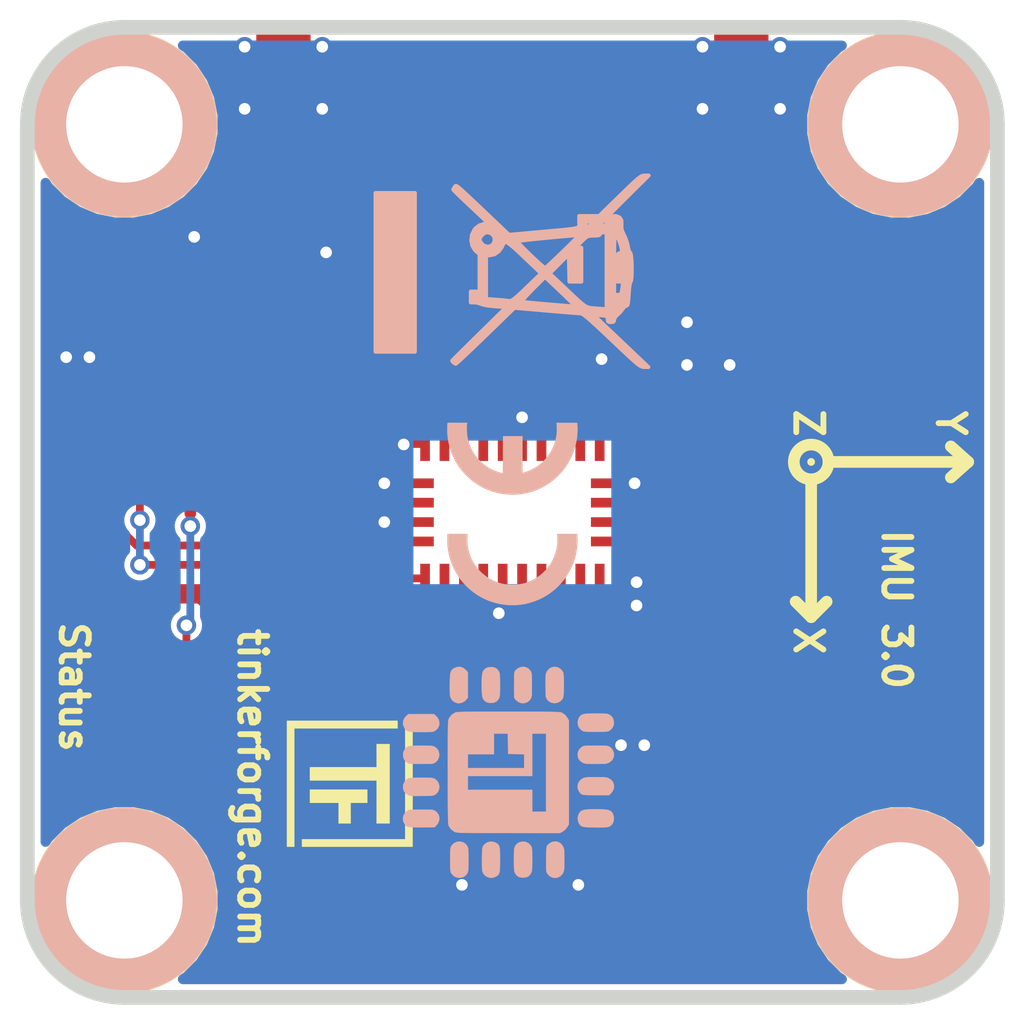
<source format=kicad_pcb>
(kicad_pcb (version 20171130) (host pcbnew 5.1.6-c6e7f7d~86~ubuntu18.04.1)

  (general
    (thickness 1.6)
    (drawings 23)
    (tracks 237)
    (zones 0)
    (modules 32)
    (nets 47)
  )

  (page A4)
  (layers
    (0 F.Cu signal)
    (31 B.Cu signal)
    (32 B.Adhes user)
    (33 F.Adhes user)
    (34 B.Paste user)
    (35 F.Paste user)
    (36 B.SilkS user)
    (37 F.SilkS user)
    (38 B.Mask user)
    (39 F.Mask user)
    (40 Dwgs.User user)
    (41 Cmts.User user)
    (42 Eco1.User user)
    (43 Eco2.User user)
    (44 Edge.Cuts user)
    (45 Margin user)
    (46 B.CrtYd user)
    (47 F.CrtYd user)
    (48 B.Fab user)
    (49 F.Fab user)
  )

  (setup
    (last_trace_width 0.15)
    (user_trace_width 0.15)
    (user_trace_width 0.2)
    (user_trace_width 0.3)
    (user_trace_width 0.5)
    (user_trace_width 0.8)
    (user_trace_width 1)
    (user_trace_width 1.5)
    (user_trace_width 2)
    (user_trace_width 3)
    (trace_clearance 0.149)
    (zone_clearance 0.15)
    (zone_45_only no)
    (trace_min 0.15)
    (via_size 0.5)
    (via_drill 0.3)
    (via_min_size 0.4)
    (via_min_drill 0.3)
    (user_via 0.5 0.3)
    (uvia_size 0.3)
    (uvia_drill 0.1)
    (uvias_allowed no)
    (uvia_min_size 0.2)
    (uvia_min_drill 0.1)
    (edge_width 0.381)
    (segment_width 0.381)
    (pcb_text_width 0.3048)
    (pcb_text_size 1.524 2.032)
    (mod_edge_width 0.2)
    (mod_text_size 1.524 1.524)
    (mod_text_width 0.2)
    (pad_size 1.524 1.524)
    (pad_drill 0.762)
    (pad_to_mask_clearance 0)
    (aux_axis_origin 157.5 50)
    (grid_origin 157.5 50)
    (visible_elements FFFFFF7F)
    (pcbplotparams
      (layerselection 0x010fc_ffffffff)
      (usegerberextensions true)
      (usegerberattributes false)
      (usegerberadvancedattributes false)
      (creategerberjobfile false)
      (excludeedgelayer true)
      (linewidth 0.100000)
      (plotframeref false)
      (viasonmask false)
      (mode 1)
      (useauxorigin false)
      (hpglpennumber 1)
      (hpglpenspeed 20)
      (hpglpendiameter 15.000000)
      (psnegative false)
      (psa4output false)
      (plotreference true)
      (plotvalue true)
      (plotinvisibletext false)
      (padsonsilk false)
      (subtractmaskfromsilk false)
      (outputformat 1)
      (mirror false)
      (drillshape 0)
      (scaleselection 1)
      (outputdirectory "../../../Schreibtisch/proto/imuv3/"))
  )

  (net 0 "")
  (net 1 GND)
  (net 2 "Net-(C1-Pad1)")
  (net 3 VCC)
  (net 4 "Net-(C4-Pad1)")
  (net 5 "Net-(C5-Pad1)")
  (net 6 "Net-(C7-Pad1)")
  (net 7 "Net-(C8-Pad1)")
  (net 8 "Net-(C10-Pad1)")
  (net 9 "Net-(D1-Pad2)")
  (net 10 "Net-(P1-Pad1)")
  (net 11 "Net-(P1-Pad4)")
  (net 12 "Net-(P1-Pad5)")
  (net 13 "Net-(P1-Pad6)")
  (net 14 "Net-(P2-Pad2)")
  (net 15 "Net-(P3-Pad1)")
  (net 16 BNO-BOOT)
  (net 17 "Net-(R3-Pad1)")
  (net 18 S-MISO)
  (net 19 S-MOSI)
  (net 20 S-CLK)
  (net 21 S-CS)
  (net 22 "Net-(U1-Pad3)")
  (net 23 "Net-(U1-Pad5)")
  (net 24 "Net-(U1-Pad6)")
  (net 25 "Net-(U1-Pad7)")
  (net 26 "Net-(U1-Pad8)")
  (net 27 BNO-I2C-SCL)
  (net 28 BNO-I2C-SDA)
  (net 29 "Net-(U1-Pad13)")
  (net 30 BNO-nRESET)
  (net 31 BNO-ADR-SELECT)
  (net 32 BNO-INT)
  (net 33 "Net-(U2-Pad1)")
  (net 34 "Net-(U2-Pad7)")
  (net 35 "Net-(U2-Pad8)")
  (net 36 "Net-(U2-Pad12)")
  (net 37 "Net-(U2-Pad13)")
  (net 38 "Net-(U2-Pad21)")
  (net 39 "Net-(U2-Pad22)")
  (net 40 "Net-(U2-Pad23)")
  (net 41 "Net-(U2-Pad24)")
  (net 42 "Net-(U1-Pad15)")
  (net 43 "Net-(U1-Pad16)")
  (net 44 "Net-(U1-Pad17)")
  (net 45 "Net-(RP2-Pad2)")
  (net 46 "Net-(RP2-Pad3)")

  (net_class Default "This is the default net class."
    (clearance 0.149)
    (trace_width 0.15)
    (via_dia 0.5)
    (via_drill 0.3)
    (uvia_dia 0.3)
    (uvia_drill 0.1)
    (add_net BNO-ADR-SELECT)
    (add_net BNO-BOOT)
    (add_net BNO-I2C-SCL)
    (add_net BNO-I2C-SDA)
    (add_net BNO-INT)
    (add_net BNO-nRESET)
    (add_net GND)
    (add_net "Net-(C1-Pad1)")
    (add_net "Net-(C10-Pad1)")
    (add_net "Net-(C4-Pad1)")
    (add_net "Net-(C5-Pad1)")
    (add_net "Net-(C7-Pad1)")
    (add_net "Net-(C8-Pad1)")
    (add_net "Net-(D1-Pad2)")
    (add_net "Net-(P1-Pad1)")
    (add_net "Net-(P1-Pad4)")
    (add_net "Net-(P1-Pad5)")
    (add_net "Net-(P1-Pad6)")
    (add_net "Net-(P2-Pad2)")
    (add_net "Net-(P3-Pad1)")
    (add_net "Net-(R3-Pad1)")
    (add_net "Net-(RP2-Pad2)")
    (add_net "Net-(RP2-Pad3)")
    (add_net "Net-(U1-Pad13)")
    (add_net "Net-(U1-Pad15)")
    (add_net "Net-(U1-Pad16)")
    (add_net "Net-(U1-Pad17)")
    (add_net "Net-(U1-Pad3)")
    (add_net "Net-(U1-Pad5)")
    (add_net "Net-(U1-Pad6)")
    (add_net "Net-(U1-Pad7)")
    (add_net "Net-(U1-Pad8)")
    (add_net "Net-(U2-Pad1)")
    (add_net "Net-(U2-Pad12)")
    (add_net "Net-(U2-Pad13)")
    (add_net "Net-(U2-Pad21)")
    (add_net "Net-(U2-Pad22)")
    (add_net "Net-(U2-Pad23)")
    (add_net "Net-(U2-Pad24)")
    (add_net "Net-(U2-Pad7)")
    (add_net "Net-(U2-Pad8)")
    (add_net S-CLK)
    (add_net S-CS)
    (add_net S-MISO)
    (add_net S-MOSI)
    (add_net VCC)
  )

  (module kicad-libraries:Logo_31x31 (layer F.Cu) (tedit 0) (tstamp 5EAAB9AD)
    (at 165.8 69.5 270)
    (fp_text reference G*** (at 0 0 90) (layer F.SilkS) hide
      (effects (font (size 1.524 1.524) (thickness 0.3)))
    )
    (fp_text value LOGO (at 0.75 0 90) (layer F.SilkS) hide
      (effects (font (size 1.524 1.524) (thickness 0.3)))
    )
    (fp_poly (pts (xy 0.483809 -0.030238) (xy 1.016 -0.030238) (xy 1.016 0.27819) (xy 0.483809 0.27819)
      (xy 0.483809 1.016) (xy 0.145142 1.016) (xy 0.145142 -0.459619) (xy 0.483809 -0.459619)
      (xy 0.483809 -0.030238)) (layer F.SilkS) (width 0.01))
    (fp_poly (pts (xy 1.016 -0.701524) (xy -0.090715 -0.701524) (xy -0.090715 1.016) (xy -0.429381 1.016)
      (xy -0.429381 -0.701524) (xy -1.028096 -0.701524) (xy -1.028096 -1.034143) (xy 1.016 -1.034143)
      (xy 1.016 -0.701524)) (layer F.SilkS) (width 0.01))
    (fp_poly (pts (xy 1.614714 1.221619) (xy 1.427238 1.221619) (xy 1.427238 -1.439334) (xy -1.62681 -1.439334)
      (xy -1.62681 -1.62681) (xy 1.614714 -1.62681) (xy 1.614714 1.221619)) (layer F.SilkS) (width 0.01))
    (fp_poly (pts (xy -1.433286 1.42119) (xy 1.614714 1.42119) (xy 1.614714 1.608666) (xy -1.62681 1.608666)
      (xy -1.62681 -1.239762) (xy -1.433286 -1.239762) (xy -1.433286 1.42119)) (layer F.SilkS) (width 0.01))
  )

  (module kicad-libraries:WEEE_7mm (layer B.Cu) (tedit 5922FFAE) (tstamp 5EAAC998)
    (at 170 56.3 90)
    (fp_text reference VAL (at 0 0 90) (layer B.SilkS) hide
      (effects (font (size 0.2 0.2) (thickness 0.05)) (justify mirror))
    )
    (fp_text value WEEE_7mm (at 0.75 0 90) (layer B.SilkS) hide
      (effects (font (size 0.2 0.2) (thickness 0.05)) (justify mirror))
    )
    (fp_poly (pts (xy 2.482863 3.409859) (xy 2.480804 3.376179) (xy 2.471206 3.341837) (xy 2.44964 3.301407)
      (xy 2.411675 3.249463) (xy 2.352883 3.180577) (xy 2.268835 3.089322) (xy 2.155101 2.970274)
      (xy 2.007251 2.818004) (xy 1.961444 2.771041) (xy 1.439333 2.23603) (xy 1.439333 1.978793)
      (xy 1.439333 1.721555) (xy 1.298222 1.721555) (xy 1.298222 1.994947) (xy 1.298222 2.099005)
      (xy 1.213555 2.017889) (xy 1.160676 1.962169) (xy 1.131131 1.921219) (xy 1.128889 1.913831)
      (xy 1.153434 1.897717) (xy 1.212566 1.89089) (xy 1.213555 1.890889) (xy 1.269418 1.895963)
      (xy 1.29309 1.922356) (xy 1.298206 1.986828) (xy 1.298222 1.994947) (xy 1.298222 1.721555)
      (xy 1.28539 1.721555) (xy 1.241376 1.723224) (xy 1.205837 1.724651) (xy 1.177386 1.720468)
      (xy 1.154636 1.705309) (xy 1.136199 1.673804) (xy 1.120687 1.620585) (xy 1.106713 1.540286)
      (xy 1.092889 1.427539) (xy 1.077827 1.276974) (xy 1.060141 1.083225) (xy 1.038443 0.840924)
      (xy 1.028031 0.725936) (xy 1.016 0.593851) (xy 1.016 2.342444) (xy 1.016 2.427111)
      (xy 0.964919 2.427111) (xy 0.964919 2.654131) (xy 0.96044 2.665934) (xy 0.910629 2.701752)
      (xy 0.825292 2.742703) (xy 0.723934 2.781372) (xy 0.626061 2.810345) (xy 0.551179 2.822208)
      (xy 0.549274 2.822222) (xy 0.494484 2.808563) (xy 0.479778 2.765778) (xy 0.476666 2.742735)
      (xy 0.461334 2.726991) (xy 0.424786 2.717163) (xy 0.358027 2.711867) (xy 0.252063 2.709719)
      (xy 0.239909 2.709686) (xy 0.239909 2.892647) (xy 0.233665 2.897338) (xy 0.218722 2.899226)
      (xy 0.112749 2.903792) (xy 0.007055 2.899226) (xy -0.017767 2.894178) (xy 0.007962 2.890336)
      (xy 0.078354 2.888317) (xy 0.112889 2.888155) (xy 0.197687 2.889381) (xy 0.239909 2.892647)
      (xy 0.239909 2.709686) (xy 0.112889 2.709333) (xy -0.254 2.709333) (xy -0.254 2.782537)
      (xy -0.256796 2.824575) (xy -0.274517 2.843911) (xy -0.321168 2.845575) (xy -0.402167 2.835755)
      (xy -0.502773 2.820747) (xy -0.559752 2.80431) (xy -0.585498 2.778111) (xy -0.592403 2.733815)
      (xy -0.592667 2.707668) (xy -0.592667 2.624667) (xy 0.201011 2.624667) (xy 0.434757 2.624964)
      (xy 0.617649 2.62606) (xy 0.755277 2.628256) (xy 0.853229 2.631858) (xy 0.917094 2.637169)
      (xy 0.952461 2.644492) (xy 0.964919 2.654131) (xy 0.964919 2.427111) (xy 0.026103 2.427111)
      (xy -0.874889 2.427111) (xy -0.874889 2.652889) (xy -0.884518 2.680377) (xy -0.887335 2.681111)
      (xy -0.91143 2.661335) (xy -0.917222 2.652889) (xy -0.914985 2.626883) (xy -0.904777 2.624667)
      (xy -0.876038 2.645153) (xy -0.874889 2.652889) (xy -0.874889 2.427111) (xy -0.963793 2.427111)
      (xy -0.943537 2.166055) (xy -0.938094 2.087369) (xy -0.932714 2.024235) (xy -0.92321 1.970393)
      (xy -0.905395 1.919583) (xy -0.875081 1.865545) (xy -0.828081 1.802019) (xy -0.760208 1.722746)
      (xy -0.667273 1.621464) (xy -0.54509 1.491915) (xy -0.389471 1.327837) (xy -0.366889 1.303985)
      (xy -0.042333 0.961041) (xy 0.205281 1.207243) (xy 0.452896 1.453444) (xy 0.099448 1.461343)
      (xy -0.254 1.469242) (xy -0.254 1.623621) (xy -0.254 1.778) (xy 0.183444 1.778)
      (xy 0.620889 1.778) (xy 0.620889 1.701353) (xy 0.622969 1.664993) (xy 0.634687 1.65375)
      (xy 0.664256 1.671682) (xy 0.719893 1.722845) (xy 0.776111 1.778) (xy 0.854414 1.857186)
      (xy 0.900636 1.914327) (xy 0.92323 1.966659) (xy 0.930646 2.031417) (xy 0.931333 2.094536)
      (xy 0.934803 2.190842) (xy 0.947055 2.241675) (xy 0.97085 2.257681) (xy 0.973667 2.257778)
      (xy 1.007275 2.28302) (xy 1.016 2.342444) (xy 1.016 0.593851) (xy 0.954054 -0.086239)
      (xy 1.34486 -0.498024) (xy 1.555216 -0.719617) (xy 1.729916 -0.903769) (xy 1.872041 -1.054091)
      (xy 1.984676 -1.174196) (xy 2.070901 -1.267694) (xy 2.133801 -1.338196) (xy 2.176457 -1.389314)
      (xy 2.201952 -1.424658) (xy 2.21337 -1.447841) (xy 2.213792 -1.462473) (xy 2.206301 -1.472165)
      (xy 2.19398 -1.480529) (xy 2.187398 -1.485028) (xy 2.139541 -1.515553) (xy 2.118022 -1.524)
      (xy 2.094879 -1.504317) (xy 2.039069 -1.449218) (xy 1.956356 -1.364626) (xy 1.852504 -1.256463)
      (xy 1.733278 -1.130652) (xy 1.678916 -1.072812) (xy 1.255889 -0.621625) (xy 1.239947 -0.712979)
      (xy 1.197516 -0.849251) (xy 1.119827 -0.950313) (xy 1.079557 -0.982306) (xy 1.017977 -1.011638)
      (xy 1.017977 -0.632978) (xy 0.995676 -0.556992) (xy 0.945013 -0.49721) (xy 0.945013 1.715394)
      (xy 0.94482 1.716067) (xy 0.923395 1.700567) (xy 0.870211 1.651048) (xy 0.792165 1.57462)
      (xy 0.696154 1.478392) (xy 0.589075 1.369476) (xy 0.477826 1.254981) (xy 0.369303 1.142017)
      (xy 0.270405 1.037695) (xy 0.188029 0.949124) (xy 0.129071 0.883415) (xy 0.100429 0.847678)
      (xy 0.098778 0.843916) (xy 0.117043 0.81413) (xy 0.166773 0.753937) (xy 0.240369 0.67125)
      (xy 0.330231 0.573984) (xy 0.42876 0.470051) (xy 0.528358 0.367365) (xy 0.621424 0.273839)
      (xy 0.70036 0.197387) (xy 0.757566 0.145921) (xy 0.785443 0.127355) (xy 0.786505 0.12776)
      (xy 0.793707 0.159396) (xy 0.805121 0.239895) (xy 0.819901 0.361901) (xy 0.837205 0.51806)
      (xy 0.856186 0.701015) (xy 0.876002 0.903411) (xy 0.878183 0.926402) (xy 0.897143 1.129855)
      (xy 0.913788 1.314176) (xy 0.927509 1.472128) (xy 0.937694 1.596473) (xy 0.943732 1.679974)
      (xy 0.945013 1.715394) (xy 0.945013 -0.49721) (xy 0.944024 -0.496043) (xy 0.871243 -0.460602)
      (xy 0.785555 -0.461141) (xy 0.764432 -0.470982) (xy 0.764432 -0.168896) (xy 0.745079 -0.120107)
      (xy 0.697438 -0.051745) (xy 0.618576 0.041481) (xy 0.505557 0.164861) (xy 0.374559 0.303585)
      (xy -0.041854 0.741711) (xy -0.132242 0.647751) (xy -0.132242 0.841738) (xy -0.508984 1.238599)
      (xy -0.625421 1.36067) (xy -0.727784 1.466874) (xy -0.810087 1.55109) (xy -0.866341 1.607198)
      (xy -0.89056 1.629078) (xy -0.891025 1.629119) (xy -0.890844 1.599805) (xy -0.886195 1.523686)
      (xy -0.877886 1.410152) (xy -0.866727 1.268597) (xy -0.853528 1.108412) (xy -0.839099 0.938988)
      (xy -0.824249 0.769717) (xy -0.809789 0.60999) (xy -0.796527 0.4692) (xy -0.785274 0.356738)
      (xy -0.776839 0.281995) (xy -0.772591 0.25543) (xy -0.74805 0.256656) (xy -0.687291 0.300651)
      (xy -0.590212 0.387499) (xy -0.456711 0.517286) (xy -0.445848 0.528132) (xy -0.132242 0.841738)
      (xy -0.132242 0.647751) (xy -0.403136 0.366149) (xy -0.532757 0.230252) (xy -0.62722 0.127772)
      (xy -0.691435 0.052372) (xy -0.730313 -0.002286) (xy -0.748765 -0.04254) (xy -0.751699 -0.074729)
      (xy -0.750572 -0.082317) (xy -0.742402 -0.14269) (xy -0.732359 -0.241951) (xy -0.722136 -0.362656)
      (xy -0.718145 -0.416278) (xy -0.699563 -0.677333) (xy -0.138115 -0.677333) (xy 0.423333 -0.677333)
      (xy 0.423333 -0.584835) (xy 0.449981 -0.463491) (xy 0.523642 -0.355175) (xy 0.63489 -0.272054)
      (xy 0.682126 -0.250719) (xy 0.73002 -0.228911) (xy 0.758434 -0.2034) (xy 0.764432 -0.168896)
      (xy 0.764432 -0.470982) (xy 0.711835 -0.495489) (xy 0.659024 -0.562819) (xy 0.647539 -0.649049)
      (xy 0.676635 -0.735445) (xy 0.723473 -0.788174) (xy 0.784468 -0.828555) (xy 0.830825 -0.846601)
      (xy 0.832555 -0.846667) (xy 0.877213 -0.830394) (xy 0.938072 -0.790949) (xy 0.941638 -0.788174)
      (xy 1.002705 -0.713529) (xy 1.017977 -0.632978) (xy 1.017977 -1.011638) (xy 0.949842 -1.044093)
      (xy 0.810166 -1.060981) (xy 0.675259 -1.034339) (xy 0.559855 -0.965538) (xy 0.525993 -0.9308)
      (xy 0.455199 -0.846667) (xy -0.0264 -0.846667) (xy -0.508 -0.846667) (xy -0.508 -0.959556)
      (xy -0.508 -1.072445) (xy -0.649111 -1.072445) (xy -0.790222 -1.072445) (xy -0.790222 -0.975954)
      (xy -0.803072 -0.881747) (xy -0.831861 -0.799565) (xy -0.85235 -0.735143) (xy -0.871496 -0.630455)
      (xy -0.886633 -0.501661) (xy -0.8916 -0.437445) (xy -0.909702 -0.155222) (xy -1.596125 -0.853722)
      (xy -1.756866 -1.017004) (xy -1.904817 -1.166738) (xy -2.035402 -1.29834) (xy -2.144049 -1.407222)
      (xy -2.226183 -1.4888) (xy -2.277232 -1.538486) (xy -2.292741 -1.552222) (xy -2.318618 -1.535182)
      (xy -2.3368 -1.518356) (xy -2.366614 -1.474736) (xy -2.370667 -1.458297) (xy -2.351653 -1.432751)
      (xy -2.297528 -1.371534) (xy -2.212667 -1.27931) (xy -2.101445 -1.160741) (xy -1.968236 -1.020491)
      (xy -1.817416 -0.863223) (xy -1.653359 -0.693601) (xy -1.649999 -0.690141) (xy -0.929331 0.051823)
      (xy -1.000888 0.874398) (xy -1.019193 1.08713) (xy -1.035769 1.284177) (xy -1.049992 1.457782)
      (xy -1.061239 1.600189) (xy -1.068889 1.70364) (xy -1.072318 1.760379) (xy -1.072445 1.765937)
      (xy -1.083169 1.796856) (xy -1.117145 1.848518) (xy -1.177081 1.924038) (xy -1.265681 2.026535)
      (xy -1.385653 2.159123) (xy -1.539703 2.324921) (xy -1.730537 2.527044) (xy -1.763174 2.561396)
      (xy -1.94576 2.753708) (xy -2.093058 2.909847) (xy -2.208848 3.034377) (xy -2.296909 3.131865)
      (xy -2.361021 3.206878) (xy -2.404962 3.263981) (xy -2.432513 3.30774) (xy -2.447452 3.342721)
      (xy -2.453559 3.373491) (xy -2.454619 3.396775) (xy -2.455333 3.505661) (xy -2.136329 3.170998)
      (xy -2.000627 3.028421) (xy -1.842494 2.861938) (xy -1.678217 2.688716) (xy -1.524082 2.52592)
      (xy -1.466152 2.46464) (xy -1.354055 2.346541) (xy -1.256193 2.244484) (xy -1.178749 2.164831)
      (xy -1.127907 2.113947) (xy -1.109886 2.09804) (xy -1.109577 2.126426) (xy -1.113821 2.195386)
      (xy -1.12076 2.279234) (xy -1.130834 2.37523) (xy -1.143684 2.427922) (xy -1.166434 2.45028)
      (xy -1.206208 2.455276) (xy -1.217475 2.455333) (xy -1.274769 2.462802) (xy -1.295863 2.497097)
      (xy -1.298222 2.54) (xy -1.290268 2.600887) (xy -1.25796 2.622991) (xy -1.232974 2.624667)
      (xy -1.165809 2.649307) (xy -1.106569 2.707387) (xy -1.038059 2.780849) (xy -0.96015 2.840472)
      (xy -0.90268 2.886543) (xy -0.87527 2.932359) (xy -0.874889 2.936944) (xy -0.866717 2.958171)
      (xy -0.836053 2.973488) (xy -0.773676 2.98482) (xy -0.670366 2.994091) (xy -0.571902 3.000209)
      (xy -0.444753 3.009947) (xy -0.342774 3.022633) (xy -0.277341 3.036575) (xy -0.259106 3.046795)
      (xy -0.227621 3.061127) (xy -0.152899 3.071083) (xy -0.047962 3.076818) (xy 0.074164 3.078489)
      (xy 0.200456 3.076251) (xy 0.31789 3.07026) (xy 0.41344 3.060673) (xy 0.474084 3.047645)
      (xy 0.488466 3.037844) (xy 0.523084 3.012128) (xy 0.59531 2.989452) (xy 0.645346 2.980608)
      (xy 0.752526 2.955733) (xy 0.873538 2.912358) (xy 0.942299 2.880321) (xy 1.046225 2.831835)
      (xy 1.128071 2.811654) (xy 1.210866 2.814154) (xy 1.212404 2.814358) (xy 1.324381 2.811082)
      (xy 1.398504 2.765955) (xy 1.435053 2.678737) (xy 1.439333 2.621893) (xy 1.416263 2.519845)
      (xy 1.351912 2.452433) (xy 1.25357 2.427141) (xy 1.249609 2.427111) (xy 1.20332 2.41653)
      (xy 1.186549 2.373932) (xy 1.185333 2.342444) (xy 1.192841 2.282987) (xy 1.210931 2.257784)
      (xy 1.211244 2.257778) (xy 1.236778 2.277108) (xy 1.296879 2.331881) (xy 1.386564 2.417269)
      (xy 1.500846 2.528446) (xy 1.634743 2.660585) (xy 1.783269 2.808858) (xy 1.859662 2.885722)
      (xy 2.48217 3.513666) (xy 2.482863 3.409859)) (layer B.SilkS) (width 0.1))
    (fp_poly (pts (xy 2.032 -3.527778) (xy -0.014111 -3.527778) (xy -2.060222 -3.527778) (xy -2.060222 -3.019778)
      (xy -2.060222 -2.511778) (xy -0.014111 -2.511778) (xy 2.032 -2.511778) (xy 2.032 -3.019778)
      (xy 2.032 -3.527778)) (layer B.SilkS) (width 0.1))
  )

  (module kicad-libraries:Logo_CoMCU (layer B.Cu) (tedit 0) (tstamp 5EAAC9B6)
    (at 169.9 69.2 90)
    (fp_text reference G*** (at 0 0 90) (layer B.SilkS) hide
      (effects (font (size 1.524 1.524) (thickness 0.3)) (justify mirror))
    )
    (fp_text value LOGO (at 0.75 0 90) (layer B.SilkS) hide
      (effects (font (size 1.524 1.524) (thickness 0.3)) (justify mirror))
    )
    (fp_poly (pts (xy 1.302426 2.714986) (xy 1.385193 2.695173) (xy 1.448716 2.651032) (xy 1.488807 2.593596)
      (xy 1.498765 2.569721) (xy 1.506035 2.53964) (xy 1.511013 2.498405) (xy 1.514092 2.441067)
      (xy 1.515668 2.362679) (xy 1.516135 2.258293) (xy 1.516136 2.25083) (xy 1.515342 2.133571)
      (xy 1.512268 2.042957) (xy 1.505877 1.974396) (xy 1.495131 1.923296) (xy 1.478993 1.885065)
      (xy 1.456425 1.855112) (xy 1.426389 1.828844) (xy 1.419657 1.82382) (xy 1.360147 1.796527)
      (xy 1.287294 1.78604) (xy 1.214634 1.793205) (xy 1.17262 1.808396) (xy 1.1267 1.841315)
      (xy 1.086441 1.884441) (xy 1.082743 1.889727) (xy 1.070561 1.909422) (xy 1.061539 1.930044)
      (xy 1.055203 1.956406) (xy 1.051082 1.993318) (xy 1.048701 2.045592) (xy 1.047589 2.118039)
      (xy 1.047272 2.215471) (xy 1.047262 2.25083) (xy 1.04743 2.356825) (xy 1.04825 2.436369)
      (xy 1.050194 2.494275) (xy 1.053736 2.535355) (xy 1.059347 2.56442) (xy 1.067501 2.58628)
      (xy 1.078671 2.605748) (xy 1.082743 2.611934) (xy 1.141092 2.67366) (xy 1.214652 2.708374)
      (xy 1.301301 2.715081) (xy 1.302426 2.714986)) (layer B.SilkS) (width 0.01))
    (fp_poly (pts (xy 0.512077 2.712) (xy 0.582008 2.681693) (xy 0.641477 2.626914) (xy 0.652273 2.611934)
      (xy 0.664483 2.59219) (xy 0.673516 2.571519) (xy 0.679849 2.545095) (xy 0.683958 2.508088)
      (xy 0.686317 2.455671) (xy 0.687404 2.383015) (xy 0.687693 2.285292) (xy 0.687696 2.252427)
      (xy 0.687423 2.145625) (xy 0.686374 2.065279) (xy 0.684129 2.006584) (xy 0.680271 1.964739)
      (xy 0.67438 1.934938) (xy 0.666039 1.912377) (xy 0.656577 1.895088) (xy 0.601994 1.833255)
      (xy 0.531919 1.795152) (xy 0.453186 1.782627) (xy 0.372631 1.79753) (xy 0.343633 1.810418)
      (xy 0.29221 1.851946) (xy 0.254 1.907514) (xy 0.241212 1.934594) (xy 0.231952 1.962009)
      (xy 0.225657 1.995261) (xy 0.221762 2.039848) (xy 0.219706 2.101273) (xy 0.218923 2.185035)
      (xy 0.218831 2.25083) (xy 0.219105 2.351262) (xy 0.220303 2.425934) (xy 0.222988 2.480348)
      (xy 0.227723 2.520004) (xy 0.235073 2.550403) (xy 0.245601 2.577045) (xy 0.254 2.594146)
      (xy 0.302646 2.658908) (xy 0.366082 2.700325) (xy 0.437997 2.718116) (xy 0.512077 2.712)) (layer B.SilkS) (width 0.01))
    (fp_poly (pts (xy -0.256169 2.694381) (xy -0.195331 2.645892) (xy -0.160215 2.594146) (xy -0.147427 2.567067)
      (xy -0.138167 2.539651) (xy -0.131871 2.5064) (xy -0.127977 2.461813) (xy -0.12592 2.400388)
      (xy -0.125138 2.316626) (xy -0.125046 2.25083) (xy -0.12532 2.150399) (xy -0.126518 2.075727)
      (xy -0.129203 2.021313) (xy -0.133938 1.981657) (xy -0.141288 1.951258) (xy -0.151815 1.924616)
      (xy -0.160215 1.907514) (xy -0.208103 1.844368) (xy -0.272338 1.801786) (xy -0.345588 1.782004)
      (xy -0.420518 1.787259) (xy -0.476738 1.810989) (xy -0.511115 1.83266) (xy -0.537413 1.85267)
      (xy -0.556714 1.875372) (xy -0.570101 1.905118) (xy -0.578655 1.946261) (xy -0.583458 2.003154)
      (xy -0.585592 2.080149) (xy -0.586138 2.181599) (xy -0.586153 2.251212) (xy -0.586153 2.592189)
      (xy -0.547077 2.63401) (xy -0.478495 2.688414) (xy -0.40339 2.716223) (xy -0.327402 2.718018)
      (xy -0.256169 2.694381)) (layer B.SilkS) (width 0.01))
    (fp_poly (pts (xy -1.127911 2.708395) (xy -1.067189 2.688788) (xy -1.052315 2.679565) (xy -1.020001 2.653051)
      (xy -0.995529 2.624111) (xy -0.977836 2.588125) (xy -0.965857 2.540477) (xy -0.958528 2.476546)
      (xy -0.954784 2.391713) (xy -0.953562 2.28136) (xy -0.953525 2.25083) (xy -0.954319 2.133571)
      (xy -0.957393 2.042957) (xy -0.963784 1.974396) (xy -0.97453 1.923296) (xy -0.990669 1.885065)
      (xy -1.013237 1.855112) (xy -1.043272 1.828844) (xy -1.050005 1.82382) (xy -1.109476 1.796533)
      (xy -1.182194 1.786027) (xy -1.254505 1.793159) (xy -1.296242 1.808396) (xy -1.333922 1.829753)
      (xy -1.362661 1.851947) (xy -1.383742 1.879412) (xy -1.39845 1.916584) (xy -1.408067 1.967897)
      (xy -1.413877 2.037786) (xy -1.417164 2.130686) (xy -1.418952 2.232388) (xy -1.419999 2.351896)
      (xy -1.418685 2.444662) (xy -1.414052 2.515174) (xy -1.405143 2.56792) (xy -1.391001 2.607389)
      (xy -1.370668 2.638067) (xy -1.343187 2.664444) (xy -1.323561 2.679565) (xy -1.268905 2.703784)
      (xy -1.199418 2.713394) (xy -1.127911 2.708395)) (layer B.SilkS) (width 0.01))
    (fp_poly (pts (xy -2.150399 1.437756) (xy -2.075727 1.436559) (xy -2.021313 1.433874) (xy -1.981657 1.429138)
      (xy -1.951258 1.421788) (xy -1.924616 1.411261) (xy -1.907514 1.402861) (xy -1.840944 1.353392)
      (xy -1.798796 1.28934) (xy -1.781652 1.216339) (xy -1.790093 1.140029) (xy -1.8247 1.066045)
      (xy -1.867614 1.016) (xy -1.882402 1.002906) (xy -1.897905 0.99306) (xy -1.918613 0.985926)
      (xy -1.949016 0.980971) (xy -1.993602 0.97766) (xy -2.056862 0.975459) (xy -2.143285 0.973835)
      (xy -2.232515 0.972585) (xy -2.341844 0.971309) (xy -2.424559 0.971039) (xy -2.485298 0.972112)
      (xy -2.528702 0.974867) (xy -2.559409 0.97964) (xy -2.582059 0.98677) (xy -2.601291 0.996593)
      (xy -2.606573 0.999796) (xy -2.668381 1.054024) (xy -2.705999 1.120889) (xy -2.719624 1.194084)
      (xy -2.709448 1.267303) (xy -2.675667 1.334239) (xy -2.618474 1.388585) (xy -2.594146 1.402861)
      (xy -2.567067 1.415649) (xy -2.539651 1.424909) (xy -2.5064 1.431205) (xy -2.461813 1.435099)
      (xy -2.400388 1.437156) (xy -2.316626 1.437938) (xy -2.25083 1.43803) (xy -2.150399 1.437756)) (layer B.SilkS) (width 0.01))
    (fp_poly (pts (xy 2.358119 1.422191) (xy 2.437377 1.421379) (xy 2.495031 1.419428) (xy 2.535908 1.415862)
      (xy 2.564837 1.410207) (xy 2.586646 1.401986) (xy 2.606162 1.390723) (xy 2.611935 1.386919)
      (xy 2.672005 1.330519) (xy 2.707542 1.262302) (xy 2.718829 1.188581) (xy 2.706147 1.115669)
      (xy 2.669779 1.049879) (xy 2.610005 0.997526) (xy 2.594147 0.988646) (xy 2.567241 0.975881)
      (xy 2.540302 0.966688) (xy 2.507831 0.960531) (xy 2.464326 0.956876) (xy 2.404287 0.955186)
      (xy 2.322212 0.954926) (xy 2.251427 0.95529) (xy 2.159967 0.956316) (xy 2.077762 0.958029)
      (xy 2.010598 0.960245) (xy 1.96426 0.962782) (xy 1.946031 0.96493) (xy 1.877178 0.996275)
      (xy 1.826727 1.047211) (xy 1.795417 1.111533) (xy 1.783992 1.183036) (xy 1.793192 1.255516)
      (xy 1.823759 1.322767) (xy 1.876435 1.378584) (xy 1.895088 1.391223) (xy 1.915263 1.402008)
      (xy 1.938543 1.409983) (xy 1.969733 1.415566) (xy 2.013636 1.419174) (xy 2.075056 1.421228)
      (xy 2.158797 1.422144) (xy 2.252427 1.422341) (xy 2.358119 1.422191)) (layer B.SilkS) (width 0.01))
    (fp_poly (pts (xy 2.357374 0.601529) (xy 2.43751 0.600481) (xy 2.496093 0.598215) (xy 2.537977 0.594308)
      (xy 2.568013 0.588335) (xy 2.591056 0.579873) (xy 2.608571 0.570523) (xy 2.669584 0.518266)
      (xy 2.706549 0.451671) (xy 2.719059 0.376852) (xy 2.706708 0.299927) (xy 2.669088 0.22701)
      (xy 2.634047 0.187569) (xy 2.6193 0.174481) (xy 2.603917 0.164655) (xy 2.583408 0.157574)
      (xy 2.553287 0.152717) (xy 2.509065 0.149566) (xy 2.446254 0.147602) (xy 2.360367 0.146306)
      (xy 2.269147 0.145374) (xy 2.170628 0.144855) (xy 2.081921 0.145205) (xy 2.008084 0.146337)
      (xy 1.954174 0.148165) (xy 1.925249 0.150604) (xy 1.922585 0.151271) (xy 1.894516 0.167908)
      (xy 1.862484 0.193466) (xy 1.81129 0.258281) (xy 1.785613 0.332225) (xy 1.784979 0.408642)
      (xy 1.808912 0.480878) (xy 1.856939 0.54228) (xy 1.88908 0.566369) (xy 1.910311 0.578597)
      (xy 1.932303 0.587634) (xy 1.959961 0.593962) (xy 1.99819 0.59806) (xy 2.051895 0.600409)
      (xy 2.125983 0.601488) (xy 2.225358 0.601779) (xy 2.250831 0.601784) (xy 2.357374 0.601529)) (layer B.SilkS) (width 0.01))
    (fp_poly (pts (xy -2.137202 0.609403) (xy -2.059333 0.608536) (xy -2.002899 0.60648) (xy -1.962986 0.602738)
      (xy -1.934681 0.596816) (xy -1.91307 0.588218) (xy -1.893242 0.576449) (xy -1.889727 0.574119)
      (xy -1.828001 0.51577) (xy -1.793286 0.44221) (xy -1.78658 0.355561) (xy -1.786675 0.354435)
      (xy -1.806488 0.271668) (xy -1.850628 0.208146) (xy -1.908065 0.168055) (xy -1.93194 0.158097)
      (xy -1.962021 0.150827) (xy -2.003256 0.145849) (xy -2.060594 0.142769) (xy -2.138981 0.141193)
      (xy -2.243367 0.140727) (xy -2.25083 0.140725) (xy -2.356997 0.141136) (xy -2.436857 0.142631)
      (xy -2.49536 0.145606) (xy -2.537452 0.150454) (xy -2.568083 0.157571) (xy -2.592199 0.16735)
      (xy -2.593596 0.168055) (xy -2.656549 0.211659) (xy -2.69457 0.268165) (xy -2.710814 0.343095)
      (xy -2.711938 0.375138) (xy -2.702661 0.457928) (xy -2.672725 0.520337) (xy -2.618976 0.567886)
      (xy -2.593596 0.582222) (xy -2.570158 0.592023) (xy -2.54065 0.599225) (xy -2.500224 0.604203)
      (xy -2.444036 0.607334) (xy -2.36724 0.608995) (xy -2.264989 0.60956) (xy -2.241419 0.609575)
      (xy -2.137202 0.609403)) (layer B.SilkS) (width 0.01))
    (fp_poly (pts (xy 2.356997 -0.219291) (xy 2.436858 -0.220786) (xy 2.49536 -0.22376) (xy 2.537453 -0.228609)
      (xy 2.568083 -0.235725) (xy 2.5922 -0.245504) (xy 2.593597 -0.246209) (xy 2.65655 -0.289813)
      (xy 2.694571 -0.34632) (xy 2.710814 -0.421249) (xy 2.711939 -0.453293) (xy 2.702661 -0.536083)
      (xy 2.672726 -0.598492) (xy 2.618977 -0.64604) (xy 2.593597 -0.660376) (xy 2.55349 -0.67205)
      (xy 2.488955 -0.680906) (xy 2.406699 -0.686944) (xy 2.313429 -0.690163) (xy 2.215851 -0.690564)
      (xy 2.120673 -0.688147) (xy 2.034601 -0.682911) (xy 1.964341 -0.674857) (xy 1.9166 -0.663985)
      (xy 1.908065 -0.660376) (xy 1.845112 -0.616772) (xy 1.807091 -0.560266) (xy 1.790848 -0.485336)
      (xy 1.789723 -0.453293) (xy 1.799001 -0.370503) (xy 1.828936 -0.308094) (xy 1.882685 -0.260545)
      (xy 1.908065 -0.246209) (xy 1.93194 -0.236252) (xy 1.962021 -0.228981) (xy 2.003257 -0.224003)
      (xy 2.060594 -0.220924) (xy 2.138982 -0.219348) (xy 2.243368 -0.218881) (xy 2.250831 -0.21888)
      (xy 2.356997 -0.219291)) (layer B.SilkS) (width 0.01))
    (fp_poly (pts (xy -2.132431 -0.219281) (xy -2.040949 -0.221362) (xy -1.972047 -0.226169) (xy -1.921386 -0.234797)
      (xy -1.884628 -0.248342) (xy -1.857433 -0.2679) (xy -1.835463 -0.294566) (xy -1.814642 -0.328967)
      (xy -1.787837 -0.405867) (xy -1.788061 -0.485725) (xy -1.813376 -0.56095) (xy -1.861841 -0.623954)
      (xy -1.896704 -0.65007) (xy -1.918451 -0.661123) (xy -1.945138 -0.669239) (xy -1.981886 -0.674942)
      (xy -2.033818 -0.678753) (xy -2.106054 -0.681194) (xy -2.203719 -0.682787) (xy -2.219569 -0.68297)
      (xy -2.312376 -0.683301) (xy -2.397323 -0.682291) (xy -2.468201 -0.680114) (xy -2.518801 -0.676945)
      (xy -2.54 -0.67395) (xy -2.6115 -0.645258) (xy -2.663676 -0.597705) (xy -2.687313 -0.561464)
      (xy -2.71546 -0.481394) (xy -2.71343 -0.39877) (xy -2.687019 -0.328967) (xy -2.66595 -0.294202)
      (xy -2.643943 -0.267627) (xy -2.61666 -0.248147) (xy -2.579761 -0.234667) (xy -2.528908 -0.226091)
      (xy -2.459763 -0.221323) (xy -2.367986 -0.219268) (xy -2.25083 -0.218831) (xy -2.132431 -0.219281)) (layer B.SilkS) (width 0.01))
    (fp_poly (pts (xy -2.144664 -1.032091) (xy -2.064804 -1.033586) (xy -2.006301 -1.03656) (xy -1.964209 -1.041409)
      (xy -1.933578 -1.048525) (xy -1.909462 -1.058304) (xy -1.908065 -1.059009) (xy -1.842404 -1.107477)
      (xy -1.801986 -1.173785) (xy -1.786675 -1.24539) (xy -1.793035 -1.332185) (xy -1.827414 -1.405917)
      (xy -1.888818 -1.464464) (xy -1.889727 -1.465073) (xy -1.909422 -1.477255) (xy -1.930044 -1.486277)
      (xy -1.956406 -1.492613) (xy -1.993318 -1.496734) (xy -2.045592 -1.499115) (xy -2.118039 -1.500227)
      (xy -2.215471 -1.500544) (xy -2.25083 -1.500554) (xy -2.356825 -1.500386) (xy -2.436369 -1.499566)
      (xy -2.494275 -1.497622) (xy -2.535355 -1.49408) (xy -2.56442 -1.488469) (xy -2.58628 -1.480315)
      (xy -2.605748 -1.469145) (xy -2.611934 -1.465073) (xy -2.67366 -1.406724) (xy -2.708374 -1.333164)
      (xy -2.715081 -1.246515) (xy -2.714986 -1.24539) (xy -2.695173 -1.162623) (xy -2.651032 -1.0991)
      (xy -2.593596 -1.059009) (xy -2.569721 -1.049052) (xy -2.53964 -1.041781) (xy -2.498405 -1.036803)
      (xy -2.441067 -1.033724) (xy -2.362679 -1.032148) (xy -2.258293 -1.031681) (xy -2.25083 -1.03168)
      (xy -2.144664 -1.032091)) (layer B.SilkS) (width 0.01))
    (fp_poly (pts (xy 2.625332 -1.088201) (xy 2.685044 -1.155778) (xy 2.715461 -1.231666) (xy 2.715908 -1.312741)
      (xy 2.68998 -1.387854) (xy 2.667293 -1.426985) (xy 2.6417 -1.456709) (xy 2.608709 -1.478365)
      (xy 2.563823 -1.493288) (xy 2.502548 -1.502818) (xy 2.420388 -1.508291) (xy 2.31285 -1.511044)
      (xy 2.274277 -1.511548) (xy 2.180828 -1.51188) (xy 2.095835 -1.510833) (xy 2.025218 -1.508585)
      (xy 1.974898 -1.505314) (xy 1.952496 -1.50186) (xy 1.873902 -1.46247) (xy 1.817978 -1.40323)
      (xy 1.787231 -1.327479) (xy 1.781908 -1.274677) (xy 1.796929 -1.193757) (xy 1.841938 -1.12155)
      (xy 1.876331 -1.088201) (xy 1.924984 -1.047262) (xy 2.576679 -1.047262) (xy 2.625332 -1.088201)) (layer B.SilkS) (width 0.01))
    (fp_poly (pts (xy 1.401473 1.517994) (xy 1.47671 1.460826) (xy 1.52785 1.38703) (xy 1.544753 1.345821)
      (xy 1.548306 1.326172) (xy 1.551427 1.288223) (xy 1.554134 1.230636) (xy 1.556445 1.152071)
      (xy 1.558379 1.051191) (xy 1.559953 0.926656) (xy 1.561186 0.777128) (xy 1.562096 0.601268)
      (xy 1.5627 0.397737) (xy 1.563017 0.165198) (xy 1.563077 -0.01065) (xy 1.563023 -0.246037)
      (xy 1.562836 -0.452171) (xy 1.56248 -0.631062) (xy 1.561921 -0.78472) (xy 1.561121 -0.915154)
      (xy 1.560047 -1.024374) (xy 1.558661 -1.114388) (xy 1.556928 -1.187205) (xy 1.554812 -1.244836)
      (xy 1.552278 -1.28929) (xy 1.54929 -1.322576) (xy 1.545813 -1.346702) (xy 1.541809 -1.36368)
      (xy 1.538885 -1.371889) (xy 1.490496 -1.453457) (xy 1.420224 -1.514817) (xy 1.387854 -1.533337)
      (xy 1.376626 -1.538582) (xy 1.363374 -1.543171) (xy 1.346058 -1.547145) (xy 1.322638 -1.550548)
      (xy 1.291076 -1.553423) (xy 1.249332 -1.555812) (xy 1.195365 -1.557757) (xy 1.127137 -1.559302)
      (xy 1.042608 -1.56049) (xy 0.939738 -1.561362) (xy 0.816487 -1.561961) (xy 0.670817 -1.562331)
      (xy 0.500687 -1.562513) (xy 0.304058 -1.562552) (xy 0.078891 -1.562488) (xy -0.003285 -1.562451)
      (xy -0.24064 -1.562292) (xy -0.448714 -1.562028) (xy -0.629489 -1.561622) (xy -0.784944 -1.561039)
      (xy -0.917061 -1.560241) (xy -1.027821 -1.559192) (xy -1.119205 -1.557856) (xy -1.193192 -1.556197)
      (xy -1.251765 -1.554178) (xy -1.296903 -1.551762) (xy -1.330588 -1.548914) (xy -1.354801 -1.545598)
      (xy -1.371521 -1.541775) (xy -1.382731 -1.537411) (xy -1.383323 -1.537105) (xy -1.46355 -1.481491)
      (xy -1.519889 -1.409949) (xy -1.533534 -1.383323) (xy -1.53865 -1.370983) (xy -1.543125 -1.35621)
      (xy -1.547003 -1.336953) (xy -1.550328 -1.311158) (xy -1.553142 -1.276771) (xy -1.555489 -1.231739)
      (xy -1.557412 -1.174008) (xy -1.558954 -1.101527) (xy -1.560159 -1.012239) (xy -1.56107 -0.904094)
      (xy -1.56173 -0.775037) (xy -1.562183 -0.623015) (xy -1.562472 -0.445974) (xy -1.56264 -0.241862)
      (xy -1.562731 -0.008624) (xy -1.562733 0.001449) (xy -1.562984 0.969107) (xy -1.016 0.969107)
      (xy -1.016 0.6096) (xy -0.453292 0.6096) (xy -0.453292 -1.047262) (xy -0.093784 -1.047262)
      (xy -0.093784 0.4064) (xy 0.109416 0.4064) (xy 0.109416 -1.047262) (xy 0.468923 -1.047262)
      (xy 0.468923 -0.375139) (xy 1.00037 -0.375139) (xy 1.00037 -0.016387) (xy 0.738554 -0.012101)
      (xy 0.476739 -0.007816) (xy 0.472377 0.199292) (xy 0.468016 0.4064) (xy 0.109416 0.4064)
      (xy -0.093784 0.4064) (xy -0.093784 0.6096) (xy 1.00037 0.6096) (xy 1.00037 0.969107)
      (xy -1.016 0.969107) (xy -1.562984 0.969107) (xy -1.563077 1.323698) (xy -1.526694 1.392587)
      (xy -1.471264 1.464884) (xy -1.414596 1.508369) (xy -1.338882 1.555261) (xy 1.336431 1.555261)
      (xy 1.401473 1.517994)) (layer B.SilkS) (width 0.01))
    (fp_poly (pts (xy 1.346689 -1.796257) (xy 1.417899 -1.835911) (xy 1.459615 -1.876331) (xy 1.500554 -1.924984)
      (xy 1.500554 -2.576679) (xy 1.459615 -2.625332) (xy 1.392744 -2.68417) (xy 1.31729 -2.714883)
      (xy 1.237726 -2.716573) (xy 1.15852 -2.688344) (xy 1.155117 -2.686403) (xy 1.118225 -2.663117)
      (xy 1.090106 -2.638629) (xy 1.069578 -2.608492) (xy 1.055461 -2.568257) (xy 1.046573 -2.513474)
      (xy 1.041732 -2.439696) (xy 1.039757 -2.342474) (xy 1.039447 -2.250831) (xy 1.039629 -2.145299)
      (xy 1.040495 -2.066123) (xy 1.042527 -2.008397) (xy 1.046203 -1.967215) (xy 1.052004 -1.937674)
      (xy 1.060411 -1.914866) (xy 1.071903 -1.893886) (xy 1.074862 -1.88908) (xy 1.128828 -1.828558)
      (xy 1.196134 -1.79278) (xy 1.270761 -1.781947) (xy 1.346689 -1.796257)) (layer B.SilkS) (width 0.01))
    (fp_poly (pts (xy 0.473995 -1.786675) (xy 0.555073 -1.805797) (xy 0.617389 -1.84902) (xy 0.658815 -1.907213)
      (xy 0.669288 -1.930311) (xy 0.67693 -1.958095) (xy 0.682167 -1.995603) (xy 0.685428 -2.047877)
      (xy 0.68714 -2.119956) (xy 0.687731 -2.216879) (xy 0.687754 -2.248225) (xy 0.686957 -2.365713)
      (xy 0.683869 -2.456527) (xy 0.677448 -2.52523) (xy 0.666651 -2.576385) (xy 0.650435 -2.614554)
      (xy 0.627757 -2.6443) (xy 0.597573 -2.670185) (xy 0.590045 -2.675656) (xy 0.523925 -2.705859)
      (xy 0.446804 -2.715881) (xy 0.372136 -2.70476) (xy 0.344189 -2.693266) (xy 0.298269 -2.660346)
      (xy 0.25801 -2.61722) (xy 0.254312 -2.611935) (xy 0.24213 -2.59224) (xy 0.233108 -2.571617)
      (xy 0.226773 -2.545256) (xy 0.222651 -2.508344) (xy 0.22027 -2.45607) (xy 0.219158 -2.383623)
      (xy 0.218842 -2.286191) (xy 0.218831 -2.250831) (xy 0.218999 -2.144837) (xy 0.219819 -2.065292)
      (xy 0.221764 -2.007386) (xy 0.225305 -1.966306) (xy 0.230917 -1.937242) (xy 0.239071 -1.915382)
      (xy 0.25024 -1.895913) (xy 0.254312 -1.889727) (xy 0.312661 -1.828001) (xy 0.386221 -1.793287)
      (xy 0.47287 -1.78658) (xy 0.473995 -1.786675)) (layer B.SilkS) (width 0.01))
    (fp_poly (pts (xy -0.287426 -1.800234) (xy -0.220294 -1.840199) (xy -0.176157 -1.889727) (xy -0.163976 -1.909422)
      (xy -0.154954 -1.930045) (xy -0.148618 -1.956407) (xy -0.144496 -1.993319) (xy -0.142116 -2.045593)
      (xy -0.141004 -2.11804) (xy -0.140687 -2.215471) (xy -0.140677 -2.250831) (xy -0.140845 -2.356825)
      (xy -0.141665 -2.43637) (xy -0.143609 -2.494276) (xy -0.147151 -2.535356) (xy -0.152762 -2.56442)
      (xy -0.160916 -2.586281) (xy -0.172086 -2.605749) (xy -0.176157 -2.611935) (xy -0.233584 -2.671915)
      (xy -0.305711 -2.707875) (xy -0.38535 -2.717967) (xy -0.465312 -2.700346) (xy -0.484797 -2.691244)
      (xy -0.53575 -2.650252) (xy -0.575196 -2.593551) (xy -0.587718 -2.567953) (xy -0.596833 -2.543045)
      (xy -0.602985 -2.513656) (xy -0.606613 -2.474614) (xy -0.60816 -2.420747) (xy -0.608067 -2.346881)
      (xy -0.606776 -2.247846) (xy -0.606458 -2.227385) (xy -0.604651 -2.123601) (xy -0.602566 -2.04616)
      (xy -0.59961 -1.990143) (xy -0.595191 -1.950633) (xy -0.588714 -1.922712) (xy -0.579587 -1.901463)
      (xy -0.567217 -1.881967) (xy -0.564291 -1.877832) (xy -0.507432 -1.822397) (xy -0.437799 -1.791125)
      (xy -0.362195 -1.783807) (xy -0.287426 -1.800234)) (layer B.SilkS) (width 0.01))
    (fp_poly (pts (xy -1.083326 -1.807455) (xy -1.021749 -1.855631) (xy -0.996708 -1.88908) (xy -0.98448 -1.910311)
      (xy -0.975442 -1.932303) (xy -0.969114 -1.959961) (xy -0.965016 -1.99819) (xy -0.962667 -2.051895)
      (xy -0.961588 -2.125983) (xy -0.961298 -2.225358) (xy -0.961292 -2.250831) (xy -0.961474 -2.356363)
      (xy -0.962341 -2.435539) (xy -0.964372 -2.493265) (xy -0.968048 -2.534447) (xy -0.97385 -2.563989)
      (xy -0.982256 -2.586797) (xy -0.993749 -2.607776) (xy -0.996708 -2.612582) (xy -1.0485 -2.669267)
      (xy -1.116082 -2.705676) (xy -1.191105 -2.719696) (xy -1.265225 -2.709215) (xy -1.305169 -2.690672)
      (xy -1.339545 -2.669002) (xy -1.365843 -2.648992) (xy -1.385145 -2.62629) (xy -1.398532 -2.596544)
      (xy -1.407086 -2.555401) (xy -1.411889 -2.498508) (xy -1.414022 -2.421512) (xy -1.414569 -2.320062)
      (xy -1.414584 -2.250449) (xy -1.414584 -1.909473) (xy -1.375507 -1.867651) (xy -1.30749 -1.813994)
      (xy -1.232151 -1.7863) (xy -1.155444 -1.784232) (xy -1.083326 -1.807455)) (layer B.SilkS) (width 0.01))
  )

  (module kicad-libraries:CE_5mm (layer B.Cu) (tedit 5922FFD4) (tstamp 5EAAB56B)
    (at 170 62.5 90)
    (fp_text reference VAL (at 0 0 90) (layer B.SilkS) hide
      (effects (font (size 0.2 0.2) (thickness 0.05)) (justify mirror))
    )
    (fp_text value CE_5mm (at 0 0 90) (layer B.SilkS) hide
      (effects (font (size 0.2 0.2) (thickness 0.05)) (justify mirror))
    )
    (fp_poly (pts (xy 2.3114 -1.67132) (xy 2.30124 -1.67132) (xy 2.28854 -1.67386) (xy 2.26822 -1.6764)
      (xy 2.24282 -1.6764) (xy 2.21742 -1.67894) (xy 2.18694 -1.67894) (xy 2.15646 -1.67894)
      (xy 2.12852 -1.67894) (xy 2.10058 -1.67894) (xy 2.07518 -1.67894) (xy 2.05232 -1.67894)
      (xy 2.04978 -1.67894) (xy 1.96088 -1.67132) (xy 1.87706 -1.66116) (xy 1.79578 -1.64592)
      (xy 1.7145 -1.6256) (xy 1.65862 -1.61036) (xy 1.55956 -1.57988) (xy 1.46304 -1.53924)
      (xy 1.36906 -1.49606) (xy 1.27762 -1.44526) (xy 1.18872 -1.38938) (xy 1.1049 -1.32588)
      (xy 1.02362 -1.25984) (xy 0.94742 -1.18872) (xy 0.8763 -1.11252) (xy 0.81026 -1.03378)
      (xy 0.762 -0.96774) (xy 0.70358 -0.87884) (xy 0.65024 -0.78994) (xy 0.60452 -0.69596)
      (xy 0.56642 -0.60198) (xy 0.53086 -0.50546) (xy 0.50546 -0.4064) (xy 0.4826 -0.30734)
      (xy 0.46736 -0.20828) (xy 0.4572 -0.10668) (xy 0.45466 -0.00508) (xy 0.4572 0.09398)
      (xy 0.46482 0.19558) (xy 0.48006 0.29464) (xy 0.50038 0.39624) (xy 0.52832 0.49276)
      (xy 0.56134 0.58928) (xy 0.59944 0.68326) (xy 0.64516 0.77724) (xy 0.69596 0.86868)
      (xy 0.75184 0.95504) (xy 0.79248 1.01092) (xy 0.85852 1.0922) (xy 0.9271 1.1684)
      (xy 1.0033 1.24206) (xy 1.08204 1.31064) (xy 1.16332 1.3716) (xy 1.24968 1.42748)
      (xy 1.33858 1.48082) (xy 1.43256 1.52654) (xy 1.52654 1.56718) (xy 1.6256 1.6002)
      (xy 1.72466 1.62814) (xy 1.82626 1.651) (xy 1.9304 1.66878) (xy 2.03454 1.6764)
      (xy 2.13614 1.68148) (xy 2.15392 1.68148) (xy 2.17424 1.67894) (xy 2.19964 1.67894)
      (xy 2.2225 1.67894) (xy 2.24536 1.6764) (xy 2.26568 1.67386) (xy 2.28346 1.67386)
      (xy 2.29616 1.67132) (xy 2.2987 1.67132) (xy 2.30886 1.67132) (xy 2.30886 1.40208)
      (xy 2.30886 1.13538) (xy 2.29108 1.13792) (xy 2.2352 1.143) (xy 2.17678 1.14554)
      (xy 2.11836 1.14554) (xy 2.06248 1.143) (xy 2.00914 1.13792) (xy 2.0066 1.13792)
      (xy 1.9177 1.12268) (xy 1.83134 1.10236) (xy 1.74752 1.07442) (xy 1.66878 1.0414)
      (xy 1.59004 1.0033) (xy 1.51638 0.95758) (xy 1.44526 0.90932) (xy 1.37668 0.85344)
      (xy 1.31318 0.79248) (xy 1.25476 0.72644) (xy 1.21158 0.67056) (xy 1.16586 0.60452)
      (xy 1.12268 0.53086) (xy 1.08712 0.4572) (xy 1.0541 0.37592) (xy 1.03378 0.31242)
      (xy 1.0287 0.29464) (xy 1.02616 0.28194) (xy 1.02362 0.27178) (xy 1.02108 0.2667)
      (xy 1.02362 0.2667) (xy 1.0287 0.26416) (xy 1.03378 0.26416) (xy 1.04394 0.26416)
      (xy 1.0541 0.26416) (xy 1.06934 0.26416) (xy 1.08712 0.26416) (xy 1.10998 0.26416)
      (xy 1.13538 0.26162) (xy 1.16586 0.26162) (xy 1.20142 0.26162) (xy 1.23952 0.26162)
      (xy 1.28524 0.26162) (xy 1.33604 0.26162) (xy 1.39192 0.26162) (xy 1.45542 0.26162)
      (xy 1.49352 0.26162) (xy 1.96596 0.26162) (xy 1.96596 0.01016) (xy 1.96596 -0.2413)
      (xy 1.48844 -0.24384) (xy 1.00838 -0.24384) (xy 1.02362 -0.29972) (xy 1.03632 -0.35052)
      (xy 1.05156 -0.39624) (xy 1.06934 -0.43942) (xy 1.08712 -0.48514) (xy 1.10998 -0.53086)
      (xy 1.11506 -0.54102) (xy 1.1557 -0.61722) (xy 1.20396 -0.68834) (xy 1.2573 -0.75692)
      (xy 1.31572 -0.82296) (xy 1.37922 -0.88138) (xy 1.44526 -0.93726) (xy 1.48082 -0.96266)
      (xy 1.55448 -1.01092) (xy 1.63068 -1.05156) (xy 1.70942 -1.08712) (xy 1.7907 -1.1176)
      (xy 1.87706 -1.143) (xy 1.96596 -1.16078) (xy 1.98374 -1.16332) (xy 2.01168 -1.16586)
      (xy 2.04216 -1.1684) (xy 2.07518 -1.17094) (xy 2.11074 -1.17094) (xy 2.1463 -1.17348)
      (xy 2.18186 -1.17348) (xy 2.21742 -1.17094) (xy 2.2479 -1.17094) (xy 2.27584 -1.1684)
      (xy 2.2987 -1.16586) (xy 2.30378 -1.16332) (xy 2.3114 -1.16332) (xy 2.3114 -1.41732)
      (xy 2.3114 -1.67132)) (layer B.SilkS) (width 0.00254))
    (fp_poly (pts (xy -0.55372 -1.67132) (xy -0.5715 -1.67386) (xy -0.57912 -1.6764) (xy -0.59436 -1.6764)
      (xy -0.61214 -1.6764) (xy -0.635 -1.6764) (xy -0.65786 -1.67894) (xy -0.68326 -1.67894)
      (xy -0.70866 -1.67894) (xy -0.73406 -1.67894) (xy -0.75692 -1.67894) (xy -0.7747 -1.67894)
      (xy -0.7874 -1.67894) (xy -0.79756 -1.67894) (xy -0.80518 -1.67894) (xy -0.82042 -1.6764)
      (xy -0.83566 -1.6764) (xy -0.85598 -1.67386) (xy -0.95758 -1.66116) (xy -1.05664 -1.64338)
      (xy -1.15824 -1.62052) (xy -1.2573 -1.59004) (xy -1.35382 -1.55194) (xy -1.40462 -1.53162)
      (xy -1.49606 -1.4859) (xy -1.58496 -1.4351) (xy -1.67386 -1.37922) (xy -1.75514 -1.31826)
      (xy -1.83642 -1.24968) (xy -1.91008 -1.17856) (xy -1.9812 -1.10236) (xy -2.04724 -1.02108)
      (xy -2.1082 -0.93726) (xy -2.14884 -0.87376) (xy -2.18694 -0.80772) (xy -2.2225 -0.7366)
      (xy -2.25552 -0.66548) (xy -2.286 -0.59436) (xy -2.30886 -0.52324) (xy -2.3114 -0.51562)
      (xy -2.34188 -0.41402) (xy -2.36474 -0.30988) (xy -2.37998 -0.20574) (xy -2.39014 -0.09906)
      (xy -2.39268 0.00508) (xy -2.39014 0.11176) (xy -2.37998 0.2159) (xy -2.36474 0.31496)
      (xy -2.34188 0.41402) (xy -2.3114 0.51308) (xy -2.27838 0.6096) (xy -2.23774 0.70612)
      (xy -2.19202 0.79756) (xy -2.14122 0.88646) (xy -2.10566 0.9398) (xy -2.0447 1.02362)
      (xy -1.97866 1.1049) (xy -1.90754 1.1811) (xy -1.83388 1.25222) (xy -1.7526 1.31826)
      (xy -1.66878 1.38176) (xy -1.58242 1.43764) (xy -1.49098 1.48844) (xy -1.397 1.53416)
      (xy -1.30048 1.5748) (xy -1.20142 1.60782) (xy -1.19888 1.60782) (xy -1.10998 1.63322)
      (xy -1.016 1.651) (xy -0.92202 1.66624) (xy -0.8255 1.6764) (xy -0.73152 1.67894)
      (xy -0.64008 1.67894) (xy -0.58166 1.67386) (xy -0.55372 1.67386) (xy -0.55372 1.4097)
      (xy -0.55372 1.14808) (xy -0.56134 1.15062) (xy -0.57658 1.15316) (xy -0.5969 1.1557)
      (xy -0.6223 1.15824) (xy -0.65024 1.15824) (xy -0.68072 1.15824) (xy -0.71374 1.15824)
      (xy -0.74676 1.15824) (xy -0.77724 1.15824) (xy -0.80772 1.1557) (xy -0.83312 1.15316)
      (xy -0.8509 1.15062) (xy -0.9398 1.13538) (xy -1.02616 1.11506) (xy -1.10998 1.08712)
      (xy -1.19126 1.0541) (xy -1.27 1.01346) (xy -1.34366 0.97028) (xy -1.41478 0.91948)
      (xy -1.48336 0.86106) (xy -1.524 0.82296) (xy -1.58496 0.75692) (xy -1.64084 0.68834)
      (xy -1.6891 0.61468) (xy -1.73228 0.54102) (xy -1.77038 0.46228) (xy -1.8034 0.381)
      (xy -1.8288 0.29718) (xy -1.84658 0.21082) (xy -1.85928 0.12192) (xy -1.86182 0.09906)
      (xy -1.86436 0.0762) (xy -1.86436 0.04572) (xy -1.86436 0.0127) (xy -1.86436 -0.02286)
      (xy -1.86436 -0.05842) (xy -1.86182 -0.09144) (xy -1.85928 -0.12192) (xy -1.85674 -0.14986)
      (xy -1.85674 -0.16256) (xy -1.8415 -0.24384) (xy -1.82118 -0.32258) (xy -1.79578 -0.39878)
      (xy -1.7653 -0.47498) (xy -1.75006 -0.50292) (xy -1.71196 -0.57658) (xy -1.67132 -0.64516)
      (xy -1.62306 -0.70866) (xy -1.57226 -0.77216) (xy -1.524 -0.82296) (xy -1.4605 -0.88138)
      (xy -1.39192 -0.93726) (xy -1.31826 -0.98552) (xy -1.2446 -1.0287) (xy -1.16332 -1.0668)
      (xy -1.08204 -1.09728) (xy -0.99822 -1.12268) (xy -0.90932 -1.143) (xy -0.87122 -1.14808)
      (xy -0.85344 -1.15062) (xy -0.8382 -1.15316) (xy -0.8255 -1.1557) (xy -0.81026 -1.1557)
      (xy -0.79502 -1.1557) (xy -0.77724 -1.15824) (xy -0.75692 -1.15824) (xy -0.72898 -1.15824)
      (xy -0.70612 -1.15824) (xy -0.67818 -1.15824) (xy -0.65278 -1.15824) (xy -0.62738 -1.1557)
      (xy -0.60706 -1.1557) (xy -0.59182 -1.1557) (xy -0.57912 -1.15316) (xy -0.56642 -1.15316)
      (xy -0.5588 -1.15062) (xy -0.55626 -1.15062) (xy -0.55626 -1.15316) (xy -0.55626 -1.16332)
      (xy -0.55626 -1.17856) (xy -0.55626 -1.19888) (xy -0.55626 -1.22428) (xy -0.55372 -1.25476)
      (xy -0.55372 -1.28778) (xy -0.55372 -1.32334) (xy -0.55372 -1.36144) (xy -0.55372 -1.40208)
      (xy -0.55372 -1.41224) (xy -0.55372 -1.67132)) (layer B.SilkS) (width 0.00254))
  )

  (module kicad-libraries:C0402F (layer F.Cu) (tedit 5A0C5AF6) (tstamp 5EAA85BB)
    (at 165.7 56.4 180)
    (path /5B2CC36D)
    (fp_text reference C1 (at 0.1 0.15) (layer F.Fab)
      (effects (font (size 0.2 0.2) (thickness 0.05)))
    )
    (fp_text value 220pF (at 0 -0.15) (layer F.Fab)
      (effects (font (size 0.2 0.2) (thickness 0.05)))
    )
    (fp_line (start -0.9 -0.45) (end 0.9 -0.45) (layer F.Fab) (width 0.025))
    (fp_line (start 0.9 -0.45) (end 0.9 0.45) (layer F.Fab) (width 0.025))
    (fp_line (start 0.9 0.45) (end -0.9 0.45) (layer F.Fab) (width 0.025))
    (fp_line (start -0.9 0.45) (end -0.9 -0.45) (layer F.Fab) (width 0.025))
    (pad 2 smd rect (at 0.5 0 180) (size 0.6 0.7) (layers F.Cu F.Paste F.Mask)
      (net 1 GND))
    (pad 1 smd rect (at -0.5 0 180) (size 0.6 0.7) (layers F.Cu F.Paste F.Mask)
      (net 2 "Net-(C1-Pad1)"))
    (model Capacitors_SMD/C_0402.wrl
      (at (xyz 0 0 0))
      (scale (xyz 1 1 1))
      (rotate (xyz 0 0 0))
    )
  )

  (module kicad-libraries:C0805 (layer F.Cu) (tedit 58F5DFFC) (tstamp 5EAA85C5)
    (at 176.2 56.2 180)
    (path /5B2CBB5E)
    (attr smd)
    (fp_text reference C2 (at 0 0.3) (layer F.Fab)
      (effects (font (size 0.2 0.2) (thickness 0.05)))
    )
    (fp_text value 10uF (at 0 -0.2) (layer F.Fab)
      (effects (font (size 0.2 0.2) (thickness 0.05)))
    )
    (fp_line (start 1.651 -0.8001) (end -1.651 -0.8001) (layer F.Fab) (width 0.001))
    (fp_line (start 1.651 0.8001) (end 1.651 -0.8001) (layer F.Fab) (width 0.001))
    (fp_line (start -1.651 0.8001) (end 1.651 0.8001) (layer F.Fab) (width 0.001))
    (fp_line (start -1.651 -0.8001) (end -1.651 0.8001) (layer F.Fab) (width 0.001))
    (pad 2 smd rect (at 1.00076 0 180) (size 1.00076 1.24968) (layers F.Cu F.Paste F.Mask)
      (net 1 GND) (clearance 0.14986))
    (pad 1 smd rect (at -1.00076 0 180) (size 1.00076 1.24968) (layers F.Cu F.Paste F.Mask)
      (net 3 VCC) (clearance 0.14986))
    (model Capacitors_SMD/C_0805.wrl
      (at (xyz 0 0 0))
      (scale (xyz 1 1 1))
      (rotate (xyz 0 0 0))
    )
  )

  (module kicad-libraries:C0603F (layer F.Cu) (tedit 58F5DD02) (tstamp 5EAA85CF)
    (at 176.2 57.8 180)
    (path /5B2CBBA9)
    (attr smd)
    (fp_text reference C3 (at 0.05 0.225) (layer F.Fab)
      (effects (font (size 0.2 0.2) (thickness 0.05)))
    )
    (fp_text value 1uF (at 0.05 -0.375) (layer F.Fab)
      (effects (font (size 0.2 0.2) (thickness 0.05)))
    )
    (fp_line (start -1.45034 -0.65024) (end 1.45034 -0.65024) (layer F.Fab) (width 0.001))
    (fp_line (start 1.45034 -0.65024) (end 1.45034 0.65024) (layer F.Fab) (width 0.001))
    (fp_line (start 1.45034 0.65024) (end -1.45034 0.65024) (layer F.Fab) (width 0.001))
    (fp_line (start -1.45034 0.65024) (end -1.45034 -0.65024) (layer F.Fab) (width 0.001))
    (pad 1 smd rect (at -0.75 0 180) (size 0.9 0.9) (layers F.Cu F.Paste F.Mask)
      (net 3 VCC))
    (pad 2 smd rect (at 0.75 0 180) (size 0.9 0.9) (layers F.Cu F.Paste F.Mask)
      (net 1 GND))
    (model Capacitors_SMD/C_0603.wrl
      (at (xyz 0 0 0))
      (scale (xyz 1 1 1))
      (rotate (xyz 0 0 0))
    )
  )

  (module kicad-libraries:C0603 (layer F.Cu) (tedit 58F5DC6C) (tstamp 5EAA85D9)
    (at 171.8 70 270)
    (path /5EAA8D90)
    (attr smd)
    (fp_text reference C4 (at 0.05 0.225 90) (layer F.Fab)
      (effects (font (size 0.2 0.2) (thickness 0.05)))
    )
    (fp_text value 22pF (at 0.05 -0.375 90) (layer F.Fab)
      (effects (font (size 0.2 0.2) (thickness 0.05)))
    )
    (fp_line (start -1.45034 0.65024) (end -1.45034 -0.65024) (layer F.Fab) (width 0.001))
    (fp_line (start 1.45034 0.65024) (end -1.45034 0.65024) (layer F.Fab) (width 0.001))
    (fp_line (start 1.45034 -0.65024) (end 1.45034 0.65024) (layer F.Fab) (width 0.001))
    (fp_line (start -1.45034 -0.65024) (end 1.45034 -0.65024) (layer F.Fab) (width 0.001))
    (pad 2 smd rect (at 0.8001 0 270) (size 0.8001 0.8001) (layers F.Cu F.Paste F.Mask)
      (net 1 GND))
    (pad 1 smd rect (at -0.8001 0 270) (size 0.8001 0.8001) (layers F.Cu F.Paste F.Mask)
      (net 4 "Net-(C4-Pad1)"))
    (model Capacitors_SMD/C_0603.wrl
      (at (xyz 0 0 0))
      (scale (xyz 1 1 1))
      (rotate (xyz 0 0 0))
    )
  )

  (module kicad-libraries:C0603 (layer F.Cu) (tedit 58F5DC6C) (tstamp 5EAA85E3)
    (at 168.6 70 270)
    (path /5EAA8D8A)
    (attr smd)
    (fp_text reference C5 (at 0.05 0.225 90) (layer F.Fab)
      (effects (font (size 0.2 0.2) (thickness 0.05)))
    )
    (fp_text value 22pF (at 0.05 -0.375 90) (layer F.Fab)
      (effects (font (size 0.2 0.2) (thickness 0.05)))
    )
    (fp_line (start -1.45034 -0.65024) (end 1.45034 -0.65024) (layer F.Fab) (width 0.001))
    (fp_line (start 1.45034 -0.65024) (end 1.45034 0.65024) (layer F.Fab) (width 0.001))
    (fp_line (start 1.45034 0.65024) (end -1.45034 0.65024) (layer F.Fab) (width 0.001))
    (fp_line (start -1.45034 0.65024) (end -1.45034 -0.65024) (layer F.Fab) (width 0.001))
    (pad 1 smd rect (at -0.8001 0 270) (size 0.8001 0.8001) (layers F.Cu F.Paste F.Mask)
      (net 5 "Net-(C5-Pad1)"))
    (pad 2 smd rect (at 0.8001 0 270) (size 0.8001 0.8001) (layers F.Cu F.Paste F.Mask)
      (net 1 GND))
    (model Capacitors_SMD/C_0603.wrl
      (at (xyz 0 0 0))
      (scale (xyz 1 1 1))
      (rotate (xyz 0 0 0))
    )
  )

  (module kicad-libraries:C0603F (layer F.Cu) (tedit 58F5DD02) (tstamp 5EAA85ED)
    (at 158.8 60.2 90)
    (path /5B2CE6DB)
    (attr smd)
    (fp_text reference C6 (at 0.05 0.225 90) (layer F.Fab)
      (effects (font (size 0.2 0.2) (thickness 0.05)))
    )
    (fp_text value 100nF (at 0.05 -0.375 90) (layer F.Fab)
      (effects (font (size 0.2 0.2) (thickness 0.05)))
    )
    (fp_line (start -1.45034 0.65024) (end -1.45034 -0.65024) (layer F.Fab) (width 0.001))
    (fp_line (start 1.45034 0.65024) (end -1.45034 0.65024) (layer F.Fab) (width 0.001))
    (fp_line (start 1.45034 -0.65024) (end 1.45034 0.65024) (layer F.Fab) (width 0.001))
    (fp_line (start -1.45034 -0.65024) (end 1.45034 -0.65024) (layer F.Fab) (width 0.001))
    (pad 2 smd rect (at 0.75 0 90) (size 0.9 0.9) (layers F.Cu F.Paste F.Mask)
      (net 1 GND))
    (pad 1 smd rect (at -0.75 0 90) (size 0.9 0.9) (layers F.Cu F.Paste F.Mask)
      (net 3 VCC))
    (model Capacitors_SMD/C_0603.wrl
      (at (xyz 0 0 0))
      (scale (xyz 1 1 1))
      (rotate (xyz 0 0 0))
    )
  )

  (module kicad-libraries:C0603 (layer F.Cu) (tedit 58F5DC6C) (tstamp 5EAA85F7)
    (at 171.5 59.2)
    (path /5EAA8DAE)
    (attr smd)
    (fp_text reference C7 (at 0.05 0.225) (layer F.Fab)
      (effects (font (size 0.2 0.2) (thickness 0.05)))
    )
    (fp_text value 100nF (at 0.05 -0.375) (layer F.Fab)
      (effects (font (size 0.2 0.2) (thickness 0.05)))
    )
    (fp_line (start -1.45034 -0.65024) (end 1.45034 -0.65024) (layer F.Fab) (width 0.001))
    (fp_line (start 1.45034 -0.65024) (end 1.45034 0.65024) (layer F.Fab) (width 0.001))
    (fp_line (start 1.45034 0.65024) (end -1.45034 0.65024) (layer F.Fab) (width 0.001))
    (fp_line (start -1.45034 0.65024) (end -1.45034 -0.65024) (layer F.Fab) (width 0.001))
    (pad 1 smd rect (at -0.8001 0) (size 0.8001 0.8001) (layers F.Cu F.Paste F.Mask)
      (net 6 "Net-(C7-Pad1)"))
    (pad 2 smd rect (at 0.8001 0) (size 0.8001 0.8001) (layers F.Cu F.Paste F.Mask)
      (net 1 GND))
    (model Capacitors_SMD/C_0603.wrl
      (at (xyz 0 0 0))
      (scale (xyz 1 1 1))
      (rotate (xyz 0 0 0))
    )
  )

  (module kicad-libraries:C0603 (layer F.Cu) (tedit 58F5DC6C) (tstamp 5EAA8601)
    (at 174.6 62.3 270)
    (path /5EAA8DC9)
    (attr smd)
    (fp_text reference C8 (at 0.05 0.225 90) (layer F.Fab)
      (effects (font (size 0.2 0.2) (thickness 0.05)))
    )
    (fp_text value 100nF (at 0.05 -0.375 90) (layer F.Fab)
      (effects (font (size 0.2 0.2) (thickness 0.05)))
    )
    (fp_line (start -1.45034 0.65024) (end -1.45034 -0.65024) (layer F.Fab) (width 0.001))
    (fp_line (start 1.45034 0.65024) (end -1.45034 0.65024) (layer F.Fab) (width 0.001))
    (fp_line (start 1.45034 -0.65024) (end 1.45034 0.65024) (layer F.Fab) (width 0.001))
    (fp_line (start -1.45034 -0.65024) (end 1.45034 -0.65024) (layer F.Fab) (width 0.001))
    (pad 2 smd rect (at 0.8001 0 270) (size 0.8001 0.8001) (layers F.Cu F.Paste F.Mask)
      (net 1 GND))
    (pad 1 smd rect (at -0.8001 0 270) (size 0.8001 0.8001) (layers F.Cu F.Paste F.Mask)
      (net 7 "Net-(C8-Pad1)"))
    (model Capacitors_SMD/C_0603.wrl
      (at (xyz 0 0 0))
      (scale (xyz 1 1 1))
      (rotate (xyz 0 0 0))
    )
  )

  (module kicad-libraries:C0603 (layer F.Cu) (tedit 58F5DC6C) (tstamp 5EAA860B)
    (at 171.8 66.9 270)
    (path /5EAA8DBD)
    (attr smd)
    (fp_text reference C9 (at 0.05 0.225 90) (layer F.Fab)
      (effects (font (size 0.2 0.2) (thickness 0.05)))
    )
    (fp_text value 6.8nF (at 0.05 -0.375 90) (layer F.Fab)
      (effects (font (size 0.2 0.2) (thickness 0.05)))
    )
    (fp_line (start -1.45034 0.65024) (end -1.45034 -0.65024) (layer F.Fab) (width 0.001))
    (fp_line (start 1.45034 0.65024) (end -1.45034 0.65024) (layer F.Fab) (width 0.001))
    (fp_line (start 1.45034 -0.65024) (end 1.45034 0.65024) (layer F.Fab) (width 0.001))
    (fp_line (start -1.45034 -0.65024) (end 1.45034 -0.65024) (layer F.Fab) (width 0.001))
    (pad 2 smd rect (at 0.8001 0 270) (size 0.8001 0.8001) (layers F.Cu F.Paste F.Mask)
      (net 1 GND))
    (pad 1 smd rect (at -0.8001 0 270) (size 0.8001 0.8001) (layers F.Cu F.Paste F.Mask)
      (net 8 "Net-(C10-Pad1)"))
    (model Capacitors_SMD/C_0603.wrl
      (at (xyz 0 0 0))
      (scale (xyz 1 1 1))
      (rotate (xyz 0 0 0))
    )
  )

  (module kicad-libraries:C0603 (layer F.Cu) (tedit 58F5DC6C) (tstamp 5EAA8615)
    (at 173.1 66.9 270)
    (path /5EAA8DC3)
    (attr smd)
    (fp_text reference C10 (at 0.05 0.225 90) (layer F.Fab)
      (effects (font (size 0.2 0.2) (thickness 0.05)))
    )
    (fp_text value 120nF (at 0.05 -0.375 90) (layer F.Fab)
      (effects (font (size 0.2 0.2) (thickness 0.05)))
    )
    (fp_line (start -1.45034 -0.65024) (end 1.45034 -0.65024) (layer F.Fab) (width 0.001))
    (fp_line (start 1.45034 -0.65024) (end 1.45034 0.65024) (layer F.Fab) (width 0.001))
    (fp_line (start 1.45034 0.65024) (end -1.45034 0.65024) (layer F.Fab) (width 0.001))
    (fp_line (start -1.45034 0.65024) (end -1.45034 -0.65024) (layer F.Fab) (width 0.001))
    (pad 1 smd rect (at -0.8001 0 270) (size 0.8001 0.8001) (layers F.Cu F.Paste F.Mask)
      (net 8 "Net-(C10-Pad1)"))
    (pad 2 smd rect (at 0.8001 0 270) (size 0.8001 0.8001) (layers F.Cu F.Paste F.Mask)
      (net 1 GND))
    (model Capacitors_SMD/C_0603.wrl
      (at (xyz 0 0 0))
      (scale (xyz 1 1 1))
      (rotate (xyz 0 0 0))
    )
  )

  (module kicad-libraries:C0805 (layer F.Cu) (tedit 58F5DFFC) (tstamp 5EAA861F)
    (at 175 64.6 180)
    (path /5EAA8DF6)
    (attr smd)
    (fp_text reference C11 (at 0 0.3) (layer F.Fab)
      (effects (font (size 0.2 0.2) (thickness 0.05)))
    )
    (fp_text value 4.7µF (at 0 -0.2) (layer F.Fab)
      (effects (font (size 0.2 0.2) (thickness 0.05)))
    )
    (fp_line (start -1.651 -0.8001) (end -1.651 0.8001) (layer F.Fab) (width 0.001))
    (fp_line (start -1.651 0.8001) (end 1.651 0.8001) (layer F.Fab) (width 0.001))
    (fp_line (start 1.651 0.8001) (end 1.651 -0.8001) (layer F.Fab) (width 0.001))
    (fp_line (start 1.651 -0.8001) (end -1.651 -0.8001) (layer F.Fab) (width 0.001))
    (pad 1 smd rect (at -1.00076 0 180) (size 1.00076 1.24968) (layers F.Cu F.Paste F.Mask)
      (net 3 VCC) (clearance 0.14986))
    (pad 2 smd rect (at 1.00076 0 180) (size 1.00076 1.24968) (layers F.Cu F.Paste F.Mask)
      (net 1 GND) (clearance 0.14986))
    (model Capacitors_SMD/C_0805.wrl
      (at (xyz 0 0 0))
      (scale (xyz 1 1 1))
      (rotate (xyz 0 0 0))
    )
  )

  (module kicad-libraries:D0603F (layer F.Cu) (tedit 5910237C) (tstamp 5EAA8630)
    (at 160.2 67 270)
    (path /5B2D1B30)
    (attr smd)
    (fp_text reference D1 (at -0.775 0.45 90) (layer F.Fab)
      (effects (font (size 0.2 0.2) (thickness 0.05)))
    )
    (fp_text value blue (at 0.75 0.45 90) (layer F.Fab)
      (effects (font (size 0.2 0.2) (thickness 0.05)))
    )
    (fp_line (start -0.75 -0.3) (end -0.75 0.3) (layer F.Fab) (width 0.05))
    (fp_line (start -1.05 0) (end -0.45 0) (layer F.Fab) (width 0.05))
    (fp_line (start 0.45 0) (end 1.05 0) (layer F.Fab) (width 0.05))
    (fp_line (start 0 -0.3) (end 0 0.3) (layer F.Fab) (width 0.05))
    (fp_line (start -0.3 -0.3) (end -0.3 0.3) (layer F.Fab) (width 0.05))
    (fp_line (start -0.3 0.3) (end 0 0) (layer F.Fab) (width 0.05))
    (fp_line (start 0 0) (end -0.3 -0.3) (layer F.Fab) (width 0.05))
    (fp_line (start -1.45034 -0.65024) (end 1.45034 -0.65024) (layer F.Fab) (width 0.001))
    (fp_line (start 1.45034 -0.65024) (end 1.45034 0.65024) (layer F.Fab) (width 0.001))
    (fp_line (start 1.45034 0.65024) (end -1.45034 0.65024) (layer F.Fab) (width 0.001))
    (fp_line (start -1.45034 0.65024) (end -1.45034 -0.65024) (layer F.Fab) (width 0.001))
    (pad 1 smd rect (at -0.75 0 270) (size 0.9 0.9) (layers F.Cu F.Paste F.Mask)
      (net 3 VCC))
    (pad 2 smd rect (at 0.75 0 270) (size 0.9 0.9) (layers F.Cu F.Paste F.Mask)
      (net 9 "Net-(D1-Pad2)"))
    (model LED_SMD/D_0603_blue.wrl
      (at (xyz 0 0 0))
      (scale (xyz 1 1 1))
      (rotate (xyz -90 0 0))
    )
  )

  (module kicad-libraries:C0603 (layer F.Cu) (tedit 58F5DC6C) (tstamp 5EAA863A)
    (at 175.2 66.1 180)
    (path /5EAA8DE2)
    (attr smd)
    (fp_text reference L1 (at 0.05 0.225) (layer F.Fab)
      (effects (font (size 0.2 0.2) (thickness 0.05)))
    )
    (fp_text value INDUCTOR (at 0.05 -0.375) (layer F.Fab)
      (effects (font (size 0.2 0.2) (thickness 0.05)))
    )
    (fp_line (start -1.45034 -0.65024) (end 1.45034 -0.65024) (layer F.Fab) (width 0.001))
    (fp_line (start 1.45034 -0.65024) (end 1.45034 0.65024) (layer F.Fab) (width 0.001))
    (fp_line (start 1.45034 0.65024) (end -1.45034 0.65024) (layer F.Fab) (width 0.001))
    (fp_line (start -1.45034 0.65024) (end -1.45034 -0.65024) (layer F.Fab) (width 0.001))
    (pad 1 smd rect (at -0.8001 0 180) (size 0.8001 0.8001) (layers F.Cu F.Paste F.Mask)
      (net 3 VCC))
    (pad 2 smd rect (at 0.8001 0 180) (size 0.8001 0.8001) (layers F.Cu F.Paste F.Mask)
      (net 8 "Net-(C10-Pad1)"))
    (model Capacitors_SMD/C_0603.wrl
      (at (xyz 0 0 0))
      (scale (xyz 1 1 1))
      (rotate (xyz 0 0 0))
    )
  )

  (module kicad-libraries:C0603 (layer F.Cu) (tedit 58F5DC6C) (tstamp 5EAA8644)
    (at 176 62.3 90)
    (path /5EAA8DFC)
    (attr smd)
    (fp_text reference L2 (at 0.05 0.225 90) (layer F.Fab)
      (effects (font (size 0.2 0.2) (thickness 0.05)))
    )
    (fp_text value INDUCTOR (at 0.05 -0.375 90) (layer F.Fab)
      (effects (font (size 0.2 0.2) (thickness 0.05)))
    )
    (fp_line (start -1.45034 0.65024) (end -1.45034 -0.65024) (layer F.Fab) (width 0.001))
    (fp_line (start 1.45034 0.65024) (end -1.45034 0.65024) (layer F.Fab) (width 0.001))
    (fp_line (start 1.45034 -0.65024) (end 1.45034 0.65024) (layer F.Fab) (width 0.001))
    (fp_line (start -1.45034 -0.65024) (end 1.45034 -0.65024) (layer F.Fab) (width 0.001))
    (pad 2 smd rect (at 0.8001 0 90) (size 0.8001 0.8001) (layers F.Cu F.Paste F.Mask)
      (net 7 "Net-(C8-Pad1)"))
    (pad 1 smd rect (at -0.8001 0 90) (size 0.8001 0.8001) (layers F.Cu F.Paste F.Mask)
      (net 3 VCC))
    (model Capacitors_SMD/C_0603.wrl
      (at (xyz 0 0 0))
      (scale (xyz 1 1 1))
      (rotate (xyz 0 0 0))
    )
  )

  (module kicad-libraries:CON-SENSOR2 (layer F.Cu) (tedit 59030BED) (tstamp 5EAA8657)
    (at 170 50 180)
    (path /5B2CB98D)
    (fp_text reference P1 (at 0 -2.85) (layer F.Fab)
      (effects (font (size 0.3 0.3) (thickness 0.075)))
    )
    (fp_text value CON-SENSOR2 (at 0 -1.6002) (layer F.Fab)
      (effects (font (size 0.29972 0.29972) (thickness 0.07112)))
    )
    (fp_line (start -5 -0.25) (end -4.75 -0.75) (layer F.Fab) (width 0.05))
    (fp_line (start -4.75 -0.75) (end -4.5 -0.25) (layer F.Fab) (width 0.05))
    (fp_line (start -6 -0.25) (end 6 -0.25) (layer F.Fab) (width 0.05))
    (fp_line (start 6 -0.25) (end 6 -4.3) (layer F.Fab) (width 0.05))
    (fp_line (start 6 -4.3) (end -6 -4.3) (layer F.Fab) (width 0.05))
    (fp_line (start -6 -4.3) (end -6 -0.25) (layer F.Fab) (width 0.05))
    (pad 1 smd rect (at -3.75 -4.6 180) (size 0.6 1.8) (layers F.Cu F.Paste F.Mask)
      (net 10 "Net-(P1-Pad1)"))
    (pad 2 smd rect (at -2.5 -4.6 180) (size 0.6 1.8) (layers F.Cu F.Paste F.Mask)
      (net 1 GND))
    (pad EP smd rect (at -5.9 -1.2 180) (size 1.4 2.4) (layers F.Cu F.Paste F.Mask)
      (net 1 GND))
    (pad EP smd rect (at 5.9 -1.2 180) (size 1.4 2.4) (layers F.Cu F.Paste F.Mask)
      (net 1 GND))
    (pad 3 smd rect (at -1.25 -4.6 180) (size 0.6 1.8) (layers F.Cu F.Paste F.Mask)
      (net 3 VCC))
    (pad 4 smd rect (at 0 -4.6 180) (size 0.6 1.8) (layers F.Cu F.Paste F.Mask)
      (net 11 "Net-(P1-Pad4)"))
    (pad 5 smd rect (at 1.25 -4.6 180) (size 0.6 1.8) (layers F.Cu F.Paste F.Mask)
      (net 12 "Net-(P1-Pad5)"))
    (pad 6 smd rect (at 2.5 -4.6 180) (size 0.6 1.8) (layers F.Cu F.Paste F.Mask)
      (net 13 "Net-(P1-Pad6)"))
    (pad 7 smd rect (at 3.75 -4.6 180) (size 0.6 1.8) (layers F.Cu F.Paste F.Mask)
      (net 2 "Net-(C1-Pad1)"))
    (model Connectors_TF/BrickletConn_7pin.wrl
      (offset (xyz 0 2.539999961853027 0))
      (scale (xyz 1 1 1))
      (rotate (xyz 0 0 0))
    )
  )

  (module kicad-libraries:SolderJumper (layer F.Cu) (tedit 5E68E195) (tstamp 5EAA960A)
    (at 161.8 56.4 270)
    (path /5B2D13A2)
    (fp_text reference P2 (at 0 0.35 90) (layer F.Fab)
      (effects (font (size 0.3 0.3) (thickness 0.0712)))
    )
    (fp_text value BOOT (at 0 -0.35 90) (layer F.Fab)
      (effects (font (size 0.3 0.3) (thickness 0.0712)))
    )
    (fp_poly (pts (xy 0.7 0.7) (xy -0.7 0.7) (xy -0.7 -0.7) (xy 0.7 -0.7)) (layer F.Mask) (width 0.1))
    (pad 1 smd rect (at -0.225 -0.55 270) (size 0.95 0.3) (layers F.Cu F.Mask)
      (net 1 GND))
    (pad 1 smd rect (at -0.225 0.55 270) (size 0.95 0.3) (layers F.Cu F.Mask)
      (net 1 GND))
    (pad 1 smd rect (at -0.5 0 270) (size 0.4 1.4) (layers F.Cu F.Mask)
      (net 1 GND))
    (pad 2 smd rect (at 0.15 0 270) (size 0.6 0.5) (layers F.Cu F.Mask)
      (net 14 "Net-(P2-Pad2)"))
    (pad 2 smd rect (at 0.55 0 270) (size 0.3 1.4) (layers F.Cu F.Mask)
      (net 14 "Net-(P2-Pad2)"))
  )

  (module kicad-libraries:DEBUG_PAD (layer F.Cu) (tedit 590B3FBE) (tstamp 5EAA8666)
    (at 163.6 56.4)
    (path /5B2CF777)
    (fp_text reference P3 (at 0 0.175) (layer F.Fab)
      (effects (font (size 0.15 0.15) (thickness 0.0375)))
    )
    (fp_text value DEBUG (at 0 -0.15) (layer F.Fab)
      (effects (font (size 0.15 0.15) (thickness 0.0375)))
    )
    (pad 1 smd circle (at 0 0) (size 0.7 0.7) (layers F.Cu F.Paste F.Mask)
      (net 15 "Net-(P3-Pad1)"))
  )

  (module kicad-libraries:R0603 (layer F.Cu) (tedit 58F5DC6C) (tstamp 5EAA9F08)
    (at 175.3 60.2 180)
    (path /5EAA8D62)
    (attr smd)
    (fp_text reference R1 (at 0.05 0.225) (layer F.Fab)
      (effects (font (size 0.2 0.2) (thickness 0.05)))
    )
    (fp_text value 10k (at 0.05 -0.375) (layer F.Fab)
      (effects (font (size 0.2 0.2) (thickness 0.05)))
    )
    (fp_line (start -1.45034 -0.65024) (end 1.45034 -0.65024) (layer F.Fab) (width 0.001))
    (fp_line (start 1.45034 -0.65024) (end 1.45034 0.65024) (layer F.Fab) (width 0.001))
    (fp_line (start 1.45034 0.65024) (end -1.45034 0.65024) (layer F.Fab) (width 0.001))
    (fp_line (start -1.45034 0.65024) (end -1.45034 -0.65024) (layer F.Fab) (width 0.001))
    (pad 1 smd rect (at -0.8001 0 180) (size 0.8001 0.8001) (layers F.Cu F.Paste F.Mask)
      (net 3 VCC))
    (pad 2 smd rect (at 0.8001 0 180) (size 0.8001 0.8001) (layers F.Cu F.Paste F.Mask)
      (net 16 BNO-BOOT))
    (model Resistors_SMD/R_0603.wrl
      (at (xyz 0 0 0))
      (scale (xyz 1 1 1))
      (rotate (xyz 0 0 0))
    )
  )

  (module kicad-libraries:R0603F (layer F.Cu) (tedit 58F5DD02) (tstamp 5EAA867A)
    (at 161.6 67 270)
    (path /5B2D1966)
    (attr smd)
    (fp_text reference R3 (at 0.05 0.225 90) (layer F.Fab)
      (effects (font (size 0.2 0.2) (thickness 0.05)))
    )
    (fp_text value 1k (at 0.05 -0.375 90) (layer F.Fab)
      (effects (font (size 0.2 0.2) (thickness 0.05)))
    )
    (fp_line (start -1.45034 -0.65024) (end 1.45034 -0.65024) (layer F.Fab) (width 0.001))
    (fp_line (start 1.45034 -0.65024) (end 1.45034 0.65024) (layer F.Fab) (width 0.001))
    (fp_line (start 1.45034 0.65024) (end -1.45034 0.65024) (layer F.Fab) (width 0.001))
    (fp_line (start -1.45034 0.65024) (end -1.45034 -0.65024) (layer F.Fab) (width 0.001))
    (pad 1 smd rect (at -0.75 0 270) (size 0.9 0.9) (layers F.Cu F.Paste F.Mask)
      (net 17 "Net-(R3-Pad1)"))
    (pad 2 smd rect (at 0.75 0 270) (size 0.9 0.9) (layers F.Cu F.Paste F.Mask)
      (net 9 "Net-(D1-Pad2)"))
    (model Resistors_SMD/R_0603.wrl
      (at (xyz 0 0 0))
      (scale (xyz 1 1 1))
      (rotate (xyz 0 0 0))
    )
  )

  (module kicad-libraries:4X0402 (layer F.Cu) (tedit 590B1710) (tstamp 5EAA868A)
    (at 167.9 57 180)
    (path /5B2CC204)
    (attr smd)
    (fp_text reference RP1 (at -0.025 0.25) (layer F.Fab)
      (effects (font (size 0.2 0.2) (thickness 0.05)))
    )
    (fp_text value 82 (at -0.025 -0.45) (layer F.Fab)
      (effects (font (size 0.2 0.2) (thickness 0.05)))
    )
    (fp_line (start -1.04902 -0.89916) (end 1.04902 -0.89916) (layer F.Fab) (width 0.001))
    (fp_line (start 1.04902 -0.89916) (end 1.04902 0.89916) (layer F.Fab) (width 0.001))
    (fp_line (start -1.04902 0.89916) (end 1.04902 0.89916) (layer F.Fab) (width 0.001))
    (fp_line (start -1.04902 -0.89916) (end -1.04902 0.89916) (layer F.Fab) (width 0.001))
    (pad 1 smd rect (at -0.7493 0.575) (size 0.29972 0.65) (layers F.Cu F.Paste F.Mask)
      (net 11 "Net-(P1-Pad4)"))
    (pad 2 smd rect (at -0.24892 0.575) (size 0.29972 0.65) (layers F.Cu F.Paste F.Mask)
      (net 12 "Net-(P1-Pad5)"))
    (pad 3 smd rect (at 0.24892 0.575) (size 0.29972 0.65) (layers F.Cu F.Paste F.Mask)
      (net 13 "Net-(P1-Pad6)"))
    (pad 4 smd rect (at 0.7493 0.575) (size 0.29972 0.65) (layers F.Cu F.Paste F.Mask)
      (net 2 "Net-(C1-Pad1)"))
    (pad 5 smd rect (at 0.7493 -0.575 180) (size 0.29972 0.65) (layers F.Cu F.Paste F.Mask)
      (net 18 S-MISO))
    (pad 6 smd rect (at 0.24892 -0.575 180) (size 0.29972 0.65) (layers F.Cu F.Paste F.Mask)
      (net 19 S-MOSI))
    (pad 7 smd rect (at -0.24892 -0.575 180) (size 0.29972 0.65) (layers F.Cu F.Paste F.Mask)
      (net 20 S-CLK))
    (pad 8 smd rect (at -0.7493 -0.575 180) (size 0.29972 0.65) (layers F.Cu F.Paste F.Mask)
      (net 21 S-CS))
    (model Resistors_SMD/R_4x0402.wrl
      (at (xyz 0 0 0))
      (scale (xyz 1 1 1))
      (rotate (xyz 0 0 90))
    )
  )

  (module kicad-libraries:QFN24-4x4mm-0.5mm (layer F.Cu) (tedit 590CA070) (tstamp 5EAA86AF)
    (at 162.45 60.15 270)
    (tags "QFN 24pin 0.5")
    (path /5B2CDB5D)
    (attr smd)
    (fp_text reference U1 (at 0 -0.4 90) (layer F.Fab)
      (effects (font (size 0.3 0.3) (thickness 0.075)))
    )
    (fp_text value XMC1302 (at 0 0.8 90) (layer F.Fab)
      (effects (font (size 0.3 0.3) (thickness 0.075)))
    )
    (fp_line (start -1 -2) (end 2 -2) (layer F.Fab) (width 0.15))
    (fp_line (start 2 -2) (end 2 2) (layer F.Fab) (width 0.15))
    (fp_line (start 2 2) (end -2 2) (layer F.Fab) (width 0.15))
    (fp_line (start -2 2) (end -2 -1) (layer F.Fab) (width 0.15))
    (fp_line (start -2 -1) (end -1 -2) (layer F.Fab) (width 0.15))
    (pad 1 smd oval (at -2.025 -1.25 270) (size 1 0.3) (layers F.Cu F.Paste F.Mask)
      (net 18 S-MISO))
    (pad 2 smd oval (at -2.025 -0.75 270) (size 1 0.3) (layers F.Cu F.Paste F.Mask)
      (net 15 "Net-(P3-Pad1)"))
    (pad 3 smd oval (at -2.025 -0.25 270) (size 1 0.3) (layers F.Cu F.Paste F.Mask)
      (net 22 "Net-(U1-Pad3)"))
    (pad 4 smd oval (at -2.025 0.25 270) (size 1 0.3) (layers F.Cu F.Paste F.Mask)
      (net 14 "Net-(P2-Pad2)"))
    (pad 5 smd oval (at -2.025 0.75 270) (size 1 0.3) (layers F.Cu F.Paste F.Mask)
      (net 23 "Net-(U1-Pad5)"))
    (pad 6 smd oval (at -2.025 1.25 270) (size 1 0.3) (layers F.Cu F.Paste F.Mask)
      (net 24 "Net-(U1-Pad6)"))
    (pad 7 smd oval (at -1.25 2.025) (size 1 0.3) (layers F.Cu F.Paste F.Mask)
      (net 25 "Net-(U1-Pad7)"))
    (pad 8 smd oval (at -0.75 2.025) (size 1 0.3) (layers F.Cu F.Paste F.Mask)
      (net 26 "Net-(U1-Pad8)"))
    (pad 9 smd oval (at -0.25 2.025) (size 1 0.3) (layers F.Cu F.Paste F.Mask)
      (net 1 GND))
    (pad 10 smd oval (at 0.25 2.025) (size 1 0.3) (layers F.Cu F.Paste F.Mask)
      (net 3 VCC))
    (pad 11 smd oval (at 0.75 2.025) (size 1 0.3) (layers F.Cu F.Paste F.Mask)
      (net 27 BNO-I2C-SCL))
    (pad 12 smd oval (at 1.25 2.025) (size 1 0.3) (layers F.Cu F.Paste F.Mask)
      (net 28 BNO-I2C-SDA))
    (pad 13 smd oval (at 2.025 1.25 270) (size 1 0.3) (layers F.Cu F.Paste F.Mask)
      (net 29 "Net-(U1-Pad13)"))
    (pad 14 smd oval (at 2.025 0.75 270) (size 1 0.3) (layers F.Cu F.Paste F.Mask)
      (net 17 "Net-(R3-Pad1)"))
    (pad 15 smd oval (at 2.025 0.25 270) (size 1 0.3) (layers F.Cu F.Paste F.Mask)
      (net 42 "Net-(U1-Pad15)"))
    (pad 16 smd oval (at 2.025 -0.25 270) (size 1 0.3) (layers F.Cu F.Paste F.Mask)
      (net 43 "Net-(U1-Pad16)"))
    (pad 17 smd oval (at 2.025 -0.75 270) (size 1 0.3) (layers F.Cu F.Paste F.Mask)
      (net 44 "Net-(U1-Pad17)"))
    (pad 18 smd oval (at 2.025 -1.25 270) (size 1 0.3) (layers F.Cu F.Paste F.Mask)
      (net 31 BNO-ADR-SELECT))
    (pad 19 smd oval (at 1.25 -2.025) (size 1 0.3) (layers F.Cu F.Paste F.Mask)
      (net 32 BNO-INT))
    (pad 20 smd oval (at 0.75 -2.025) (size 1 0.3) (layers F.Cu F.Paste F.Mask)
      (net 30 BNO-nRESET))
    (pad 21 smd oval (at 0.25 -2.025) (size 1 0.3) (layers F.Cu F.Paste F.Mask)
      (net 16 BNO-BOOT))
    (pad 22 smd oval (at -0.25 -2.025) (size 1 0.3) (layers F.Cu F.Paste F.Mask)
      (net 21 S-CS))
    (pad 23 smd oval (at -0.75 -2.025) (size 1 0.3) (layers F.Cu F.Paste F.Mask)
      (net 20 S-CLK))
    (pad 24 smd oval (at -1.25 -2.025) (size 1 0.3) (layers F.Cu F.Paste F.Mask)
      (net 19 S-MOSI))
    (pad EXP smd rect (at 0.65 0.65 270) (size 1.3 1.3) (layers F.Cu F.Paste F.Mask)
      (net 1 GND) (solder_paste_margin_ratio -0.2))
    (pad EXP smd rect (at 0.65 -0.65 270) (size 1.3 1.3) (layers F.Cu F.Paste F.Mask)
      (net 1 GND) (solder_paste_margin_ratio -0.2))
    (pad EXP smd rect (at -0.65 0.65 270) (size 1.3 1.3) (layers F.Cu F.Paste F.Mask)
      (net 1 GND) (solder_paste_margin_ratio -0.2))
    (pad EXP smd rect (at -0.65 -0.65 270) (size 1.3 1.3) (layers F.Cu F.Paste F.Mask)
      (net 1 GND) (solder_paste_margin_ratio -0.2))
    (model Housings_DFN_QFN/QFN-24_4x4mm_Pitch0.5mm.wrl
      (at (xyz 0 0 0))
      (scale (xyz 1 1 1))
      (rotate (xyz 90 180 180))
    )
  )

  (module kicad-libraries:LGA28_5832 (layer F.Cu) (tedit 59316786) (tstamp 5EAA86D4)
    (at 170 62.5 180)
    (path /5EAA8D46)
    (fp_text reference U2 (at 0 0 270) (layer F.Fab)
      (effects (font (size 0.3 0.3) (thickness 0.075)))
    )
    (fp_text value BNO055 (at 1 0 270) (layer F.Fab)
      (effects (font (size 0.3 0.3) (thickness 0.075)))
    )
    (fp_circle (center -1.8 -1.2) (end -1.8 -1.1) (layer F.Fab) (width 0.01))
    (fp_line (start -2.6 -1.9) (end 2.6 -1.9) (layer F.Fab) (width 0.01))
    (fp_line (start 2.6 -1.9) (end 2.6 1.9) (layer F.Fab) (width 0.01))
    (fp_line (start 2.6 1.9) (end -2.6 1.9) (layer F.Fab) (width 0.01))
    (fp_line (start -2.6 1.9) (end -2.6 -1.9) (layer F.Fab) (width 0.01))
    (pad 1 smd rect (at -2.25 -1.7625 180) (size 0.25 0.875) (layers F.Cu F.Paste F.Mask)
      (net 33 "Net-(U2-Pad1)"))
    (pad 2 smd rect (at -2.4625 -0.75 180) (size 0.875 0.25) (layers F.Cu F.Paste F.Mask)
      (net 1 GND))
    (pad 3 smd rect (at -2.4625 -0.25 180) (size 0.875 0.25) (layers F.Cu F.Paste F.Mask)
      (net 7 "Net-(C8-Pad1)"))
    (pad 4 smd rect (at -2.4625 0.25 180) (size 0.875 0.25) (layers F.Cu F.Paste F.Mask)
      (net 16 BNO-BOOT))
    (pad 5 smd rect (at -2.4625 0.75 180) (size 0.875 0.25) (layers F.Cu F.Paste F.Mask)
      (net 1 GND))
    (pad 6 smd rect (at -2.25 1.7625 180) (size 0.25 0.875) (layers F.Cu F.Paste F.Mask)
      (net 1 GND))
    (pad 7 smd rect (at -1.75 1.7625 180) (size 0.25 0.875) (layers F.Cu F.Paste F.Mask)
      (net 34 "Net-(U2-Pad7)"))
    (pad 8 smd rect (at -1.25 1.7625 180) (size 0.25 0.875) (layers F.Cu F.Paste F.Mask)
      (net 35 "Net-(U2-Pad8)"))
    (pad 9 smd rect (at -0.75 1.7625 180) (size 0.25 0.875) (layers F.Cu F.Paste F.Mask)
      (net 6 "Net-(C7-Pad1)"))
    (pad 10 smd rect (at -0.25 1.7625 180) (size 0.25 0.875) (layers F.Cu F.Paste F.Mask)
      (net 1 GND))
    (pad 11 smd rect (at 0.25 1.7625 180) (size 0.25 0.875) (layers F.Cu F.Paste F.Mask)
      (net 30 BNO-nRESET))
    (pad 12 smd rect (at 0.75 1.7625 180) (size 0.25 0.875) (layers F.Cu F.Paste F.Mask)
      (net 36 "Net-(U2-Pad12)"))
    (pad 13 smd rect (at 1.25 1.7625 180) (size 0.25 0.875) (layers F.Cu F.Paste F.Mask)
      (net 37 "Net-(U2-Pad13)"))
    (pad 14 smd rect (at 1.75 1.7625 180) (size 0.25 0.875) (layers F.Cu F.Paste F.Mask)
      (net 32 BNO-INT))
    (pad 15 smd rect (at 2.25 1.7625 180) (size 0.25 0.875) (layers F.Cu F.Paste F.Mask)
      (net 1 GND))
    (pad 16 smd rect (at 2.4625 0.75 180) (size 0.875 0.25) (layers F.Cu F.Paste F.Mask)
      (net 1 GND))
    (pad 17 smd rect (at 2.4625 0.25 180) (size 0.875 0.25) (layers F.Cu F.Paste F.Mask)
      (net 31 BNO-ADR-SELECT))
    (pad 18 smd rect (at 2.4625 -0.25 180) (size 0.875 0.25) (layers F.Cu F.Paste F.Mask)
      (net 1 GND))
    (pad 19 smd rect (at 2.4625 -0.75 180) (size 0.875 0.25) (layers F.Cu F.Paste F.Mask)
      (net 27 BNO-I2C-SCL))
    (pad 20 smd rect (at 2.25 -1.7625 180) (size 0.25 0.875) (layers F.Cu F.Paste F.Mask)
      (net 28 BNO-I2C-SDA))
    (pad 21 smd rect (at 1.75 -1.7625 180) (size 0.25 0.875) (layers F.Cu F.Paste F.Mask)
      (net 38 "Net-(U2-Pad21)"))
    (pad 22 smd rect (at 1.25 -1.7625 180) (size 0.25 0.875) (layers F.Cu F.Paste F.Mask)
      (net 39 "Net-(U2-Pad22)"))
    (pad 23 smd rect (at 0.75 -1.7625 180) (size 0.25 0.875) (layers F.Cu F.Paste F.Mask)
      (net 40 "Net-(U2-Pad23)"))
    (pad 24 smd rect (at 0.25 -1.7625 180) (size 0.25 0.875) (layers F.Cu F.Paste F.Mask)
      (net 41 "Net-(U2-Pad24)"))
    (pad 25 smd rect (at -0.25 -1.7625 180) (size 0.25 0.875) (layers F.Cu F.Paste F.Mask)
      (net 1 GND))
    (pad 26 smd rect (at -0.75 -1.7625 180) (size 0.25 0.875) (layers F.Cu F.Paste F.Mask)
      (net 5 "Net-(C5-Pad1)"))
    (pad 27 smd rect (at -1.25 -1.7625 180) (size 0.25 0.875) (layers F.Cu F.Paste F.Mask)
      (net 4 "Net-(C4-Pad1)"))
    (pad 28 smd rect (at -1.75 -1.7625 180) (size 0.25 0.875) (layers F.Cu F.Paste F.Mask)
      (net 8 "Net-(C10-Pad1)"))
    (model Housings_DFN_QFN/DFN-8-1EP_6x5mm_Pitch1.27mm.wrl
      (at (xyz 0 0 0))
      (scale (xyz 0.83 0.75 1))
      (rotate (xyz 0 0 0))
    )
  )

  (module kicad-libraries:AB26TRQ (layer F.Cu) (tedit 5A24F733) (tstamp 5EAA8719)
    (at 170.2 71.6 180)
    (path /5EAA8E16)
    (fp_text reference X1 (at 0 0.5) (layer F.Fab)
      (effects (font (size 0.127 0.127) (thickness 0.03175)))
    )
    (fp_text value 32.768kHz (at 0 -0.5) (layer F.Fab)
      (effects (font (size 0.127 0.127) (thickness 0.03175)))
    )
    (fp_line (start 0.5 5.7) (end 0.5 4.3) (layer F.Fab) (width 0.15))
    (fp_line (start -0.5 5.7) (end -0.5 4.3) (layer F.Fab) (width 0.15))
    (fp_line (start -0.7 -1) (end -0.7 4.3) (layer F.Fab) (width 0.15))
    (fp_line (start -0.7 4.3) (end 0.7 4.3) (layer F.Fab) (width 0.15))
    (fp_line (start 0.7 4.3) (end 0.7 -1) (layer F.Fab) (width 0.15))
    (fp_line (start 0.7 -1) (end -0.7 -1) (layer F.Fab) (width 0.15))
    (pad 3 smd rect (at 0 0 180) (size 1.5 2.4) (layers F.Cu F.Paste F.Mask)
      (net 1 GND))
    (pad 1 smd rect (at -0.45 5.55 180) (size 0.6 1.1) (layers F.Cu F.Paste F.Mask)
      (net 4 "Net-(C4-Pad1)"))
    (pad 2 smd rect (at 0.45 5.55 180) (size 0.6 1.1) (layers F.Cu F.Paste F.Mask)
      (net 5 "Net-(C5-Pad1)"))
    (model Oscillators_SMD/AB26TRQ.wrl
      (offset (xyz 0 1.269999980926514 0.8127999877929688))
      (scale (xyz 1 1 1))
      (rotate (xyz 90 180 180))
    )
  )

  (module kicad-libraries:DRILL_NP (layer F.Cu) (tedit 530C7871) (tstamp 5EAAA31C)
    (at 180 72.5)
    (path /4C692B9A)
    (fp_text reference U3 (at 0 0) (layer F.SilkS) hide
      (effects (font (size 0.29972 0.29972) (thickness 0.0762)))
    )
    (fp_text value DRILL (at 0 0.50038) (layer F.SilkS) hide
      (effects (font (size 0.29972 0.29972) (thickness 0.0762)))
    )
    (fp_circle (center 0 0) (end 3.2 0) (layer Eco2.User) (width 0.01))
    (fp_circle (center 0 0) (end 2.19964 -0.20066) (layer F.SilkS) (width 0.381))
    (fp_circle (center 0 0) (end 1.99898 -0.20066) (layer F.SilkS) (width 0.381))
    (fp_circle (center 0 0) (end 1.69926 0) (layer F.SilkS) (width 0.381))
    (fp_circle (center 0 0) (end 1.39954 -0.09906) (layer B.SilkS) (width 0.381))
    (fp_circle (center 0 0) (end 1.39954 0) (layer F.SilkS) (width 0.381))
    (fp_circle (center 0 0) (end 1.69926 0) (layer B.SilkS) (width 0.381))
    (fp_circle (center 0 0) (end 1.89992 0) (layer B.SilkS) (width 0.381))
    (fp_circle (center 0 0) (end 2.19964 0) (layer B.SilkS) (width 0.381))
    (pad "" np_thru_hole circle (at 0 0) (size 2.99974 2.99974) (drill 2.99974) (layers *.Cu *.Mask F.SilkS)
      (clearance 0.89916))
  )

  (module kicad-libraries:DRILL_NP (layer F.Cu) (tedit 530C7871) (tstamp 5EAAA32A)
    (at 160 72.5)
    (path /4C692B9B)
    (fp_text reference U4 (at 0 0) (layer F.SilkS) hide
      (effects (font (size 0.29972 0.29972) (thickness 0.0762)))
    )
    (fp_text value DRILL (at 0 0.50038) (layer F.SilkS) hide
      (effects (font (size 0.29972 0.29972) (thickness 0.0762)))
    )
    (fp_circle (center 0 0) (end 2.19964 0) (layer B.SilkS) (width 0.381))
    (fp_circle (center 0 0) (end 1.89992 0) (layer B.SilkS) (width 0.381))
    (fp_circle (center 0 0) (end 1.69926 0) (layer B.SilkS) (width 0.381))
    (fp_circle (center 0 0) (end 1.39954 0) (layer F.SilkS) (width 0.381))
    (fp_circle (center 0 0) (end 1.39954 -0.09906) (layer B.SilkS) (width 0.381))
    (fp_circle (center 0 0) (end 1.69926 0) (layer F.SilkS) (width 0.381))
    (fp_circle (center 0 0) (end 1.99898 -0.20066) (layer F.SilkS) (width 0.381))
    (fp_circle (center 0 0) (end 2.19964 -0.20066) (layer F.SilkS) (width 0.381))
    (fp_circle (center 0 0) (end 3.2 0) (layer Eco2.User) (width 0.01))
    (pad "" np_thru_hole circle (at 0 0) (size 2.99974 2.99974) (drill 2.99974) (layers *.Cu *.Mask F.SilkS)
      (clearance 0.89916))
  )

  (module kicad-libraries:DRILL_NP (layer F.Cu) (tedit 530C7871) (tstamp 5EAAA338)
    (at 160 52.5)
    (path /4C692B98)
    (fp_text reference U5 (at 0 0) (layer F.SilkS) hide
      (effects (font (size 0.29972 0.29972) (thickness 0.0762)))
    )
    (fp_text value DRILL (at 0 0.50038) (layer F.SilkS) hide
      (effects (font (size 0.29972 0.29972) (thickness 0.0762)))
    )
    (fp_circle (center 0 0) (end 3.2 0) (layer Eco2.User) (width 0.01))
    (fp_circle (center 0 0) (end 2.19964 -0.20066) (layer F.SilkS) (width 0.381))
    (fp_circle (center 0 0) (end 1.99898 -0.20066) (layer F.SilkS) (width 0.381))
    (fp_circle (center 0 0) (end 1.69926 0) (layer F.SilkS) (width 0.381))
    (fp_circle (center 0 0) (end 1.39954 -0.09906) (layer B.SilkS) (width 0.381))
    (fp_circle (center 0 0) (end 1.39954 0) (layer F.SilkS) (width 0.381))
    (fp_circle (center 0 0) (end 1.69926 0) (layer B.SilkS) (width 0.381))
    (fp_circle (center 0 0) (end 1.89992 0) (layer B.SilkS) (width 0.381))
    (fp_circle (center 0 0) (end 2.19964 0) (layer B.SilkS) (width 0.381))
    (pad "" np_thru_hole circle (at 0 0) (size 2.99974 2.99974) (drill 2.99974) (layers *.Cu *.Mask F.SilkS)
      (clearance 0.89916))
  )

  (module kicad-libraries:DRILL_NP (layer F.Cu) (tedit 530C7871) (tstamp 5EAAA346)
    (at 180 52.5)
    (path /4C692B94)
    (fp_text reference U6 (at 0 0) (layer F.SilkS) hide
      (effects (font (size 0.29972 0.29972) (thickness 0.0762)))
    )
    (fp_text value DRILL (at 0 0.50038) (layer F.SilkS) hide
      (effects (font (size 0.29972 0.29972) (thickness 0.0762)))
    )
    (fp_circle (center 0 0) (end 2.19964 0) (layer B.SilkS) (width 0.381))
    (fp_circle (center 0 0) (end 1.89992 0) (layer B.SilkS) (width 0.381))
    (fp_circle (center 0 0) (end 1.69926 0) (layer B.SilkS) (width 0.381))
    (fp_circle (center 0 0) (end 1.39954 0) (layer F.SilkS) (width 0.381))
    (fp_circle (center 0 0) (end 1.39954 -0.09906) (layer B.SilkS) (width 0.381))
    (fp_circle (center 0 0) (end 1.69926 0) (layer F.SilkS) (width 0.381))
    (fp_circle (center 0 0) (end 1.99898 -0.20066) (layer F.SilkS) (width 0.381))
    (fp_circle (center 0 0) (end 2.19964 -0.20066) (layer F.SilkS) (width 0.381))
    (fp_circle (center 0 0) (end 3.2 0) (layer Eco2.User) (width 0.01))
    (pad "" np_thru_hole circle (at 0 0) (size 2.99974 2.99974) (drill 2.99974) (layers *.Cu *.Mask F.SilkS)
      (clearance 0.89916))
  )

  (module kicad-libraries:4X0402 (layer F.Cu) (tedit 590B1710) (tstamp 5EAAA635)
    (at 165.1 64.2 180)
    (path /5EB1F896)
    (attr smd)
    (fp_text reference RP2 (at -0.025 0.25) (layer F.Fab)
      (effects (font (size 0.2 0.2) (thickness 0.05)))
    )
    (fp_text value 3,9k (at -0.025 -0.45) (layer F.Fab)
      (effects (font (size 0.2 0.2) (thickness 0.05)))
    )
    (fp_line (start -1.04902 -0.89916) (end 1.04902 -0.89916) (layer F.Fab) (width 0.001))
    (fp_line (start 1.04902 -0.89916) (end 1.04902 0.89916) (layer F.Fab) (width 0.001))
    (fp_line (start -1.04902 0.89916) (end 1.04902 0.89916) (layer F.Fab) (width 0.001))
    (fp_line (start -1.04902 -0.89916) (end -1.04902 0.89916) (layer F.Fab) (width 0.001))
    (pad 1 smd rect (at -0.7493 0.575) (size 0.29972 0.65) (layers F.Cu F.Paste F.Mask)
      (net 28 BNO-I2C-SDA))
    (pad 2 smd rect (at -0.24892 0.575) (size 0.29972 0.65) (layers F.Cu F.Paste F.Mask)
      (net 45 "Net-(RP2-Pad2)"))
    (pad 3 smd rect (at 0.24892 0.575) (size 0.29972 0.65) (layers F.Cu F.Paste F.Mask)
      (net 46 "Net-(RP2-Pad3)"))
    (pad 4 smd rect (at 0.7493 0.575) (size 0.29972 0.65) (layers F.Cu F.Paste F.Mask)
      (net 27 BNO-I2C-SCL))
    (pad 5 smd rect (at 0.7493 -0.575 180) (size 0.29972 0.65) (layers F.Cu F.Paste F.Mask)
      (net 3 VCC))
    (pad 6 smd rect (at 0.24892 -0.575 180) (size 0.29972 0.65) (layers F.Cu F.Paste F.Mask)
      (net 3 VCC))
    (pad 7 smd rect (at -0.24892 -0.575 180) (size 0.29972 0.65) (layers F.Cu F.Paste F.Mask)
      (net 3 VCC))
    (pad 8 smd rect (at -0.7493 -0.575 180) (size 0.29972 0.65) (layers F.Cu F.Paste F.Mask)
      (net 3 VCC))
    (model Resistors_SMD/R_4x0402.wrl
      (at (xyz 0 0 0))
      (scale (xyz 1 1 1))
      (rotate (xyz 0 0 90))
    )
  )

  (gr_poly (pts (xy 172.4 64.25) (xy 167.6 64.2) (xy 167.6 60.8) (xy 172.4 60.8)) (layer F.Mask) (width 0.1) (tstamp 5EAAC991))
  (gr_text Z (at 177.7 60.2 90) (layer F.SilkS)
    (effects (font (size 0.7 0.7) (thickness 0.15)))
  )
  (gr_text X (at 177.7 65.8 90) (layer F.SilkS)
    (effects (font (size 0.7 0.7) (thickness 0.15)))
  )
  (gr_text Y (at 181.3 60.2 270) (layer F.SilkS)
    (effects (font (size 0.7 0.7) (thickness 0.15)))
  )
  (gr_line (start 177.7 61.2) (end 177.7 61.2) (layer F.SilkS) (width 0.2))
  (gr_line (start 177.7 65.2) (end 177.3 64.8) (layer F.SilkS) (width 0.3))
  (gr_line (start 177.7 65.2) (end 178.1 64.8) (layer F.SilkS) (width 0.3))
  (gr_line (start 177.7 61.647214) (end 177.7 65.2) (layer F.SilkS) (width 0.3))
  (gr_line (start 181.747214 61.2) (end 181.3 61.6) (layer F.SilkS) (width 0.3))
  (gr_line (start 181.747214 61.2) (end 181.3 60.8) (layer F.SilkS) (width 0.3))
  (gr_circle (center 177.7 61.2) (end 178.147214 61.2) (layer F.SilkS) (width 0.3) (tstamp 5EAABD48))
  (gr_line (start 181.747214 61.2) (end 178.147214 61.2) (layer F.SilkS) (width 0.3))
  (gr_text tinkerforge.com (at 163.3 69.6 270) (layer F.SilkS)
    (effects (font (size 0.7 0.7) (thickness 0.15)))
  )
  (gr_text "IMU 3.0" (at 179.9 65 270) (layer F.SilkS) (tstamp 5EAABBDC)
    (effects (font (size 0.7 0.7) (thickness 0.15)))
  )
  (gr_text Status (at 158.7 67 270) (layer F.SilkS)
    (effects (font (size 0.7 0.7) (thickness 0.15)))
  )
  (gr_arc (start 160 52.5) (end 160 50) (angle -90) (layer Edge.Cuts) (width 0.381))
  (gr_arc (start 180 52.5) (end 182.5 52.5) (angle -90) (layer Edge.Cuts) (width 0.381))
  (gr_arc (start 180 72.5) (end 180 75) (angle -90) (layer Edge.Cuts) (width 0.381))
  (gr_arc (start 160 72.5) (end 157.5 72.5) (angle -90) (layer Edge.Cuts) (width 0.381) (tstamp 5EAA9C99))
  (gr_line (start 180 75) (end 160 75) (layer Edge.Cuts) (width 0.381))
  (gr_line (start 182.5 52.5) (end 182.5 72.5) (layer Edge.Cuts) (width 0.381))
  (gr_line (start 160 50) (end 180 50) (layer Edge.Cuts) (width 0.381))
  (gr_line (start 157.5 72.5) (end 157.5 52.5) (layer Edge.Cuts) (width 0.381))

  (via (at 176.9 52.1) (size 0.5) (drill 0.3) (layers F.Cu B.Cu) (net 1) (tstamp 5EAAAE7A))
  (via (at 174.9 50.5) (size 0.5) (drill 0.3) (layers F.Cu B.Cu) (net 1) (tstamp 5EAAAE7B))
  (via (at 176.9 50.5) (size 0.5) (drill 0.3) (layers F.Cu B.Cu) (net 1) (tstamp 5EAAAE7C))
  (via (at 174.9 52.1) (size 0.5) (drill 0.3) (layers F.Cu B.Cu) (net 1) (tstamp 5EAAAE7E))
  (via (at 163.1 50.5) (size 0.5) (drill 0.3) (layers F.Cu B.Cu) (net 1))
  (via (at 165.1 50.5) (size 0.5) (drill 0.3) (layers F.Cu B.Cu) (net 1))
  (via (at 173.2 64.3) (size 0.5) (drill 0.3) (layers F.Cu B.Cu) (net 1))
  (via (at 173.2 64.9) (size 0.5) (drill 0.3) (layers F.Cu B.Cu) (net 1))
  (via (at 158.5 58.5) (size 0.5) (drill 0.3) (layers F.Cu B.Cu) (net 1))
  (via (at 159.1 58.5) (size 0.5) (drill 0.3) (layers F.Cu B.Cu) (net 1))
  (via (at 174.5 57.6) (size 0.5) (drill 0.3) (layers F.Cu B.Cu) (net 1))
  (via (at 175.6 58.7) (size 0.5) (drill 0.3) (layers F.Cu B.Cu) (net 1))
  (via (at 172.8 68.5) (size 0.5) (drill 0.3) (layers F.Cu B.Cu) (net 1))
  (via (at 173.4 68.5) (size 0.5) (drill 0.3) (layers F.Cu B.Cu) (net 1))
  (segment (start 173 56.2) (end 175.19924 56.2) (width 0.5) (layer F.Cu) (net 1))
  (segment (start 172.5 54.6) (end 172.5 55.7) (width 0.5) (layer F.Cu) (net 1))
  (segment (start 172.5 55.7) (end 173 56.2) (width 0.5) (layer F.Cu) (net 1))
  (segment (start 175.19924 57.54924) (end 175.45 57.8) (width 0.8) (layer F.Cu) (net 1))
  (segment (start 175.19924 56.2) (end 175.19924 57.54924) (width 0.8) (layer F.Cu) (net 1))
  (via (at 174.5 58.7) (size 0.5) (drill 0.3) (layers F.Cu B.Cu) (net 1))
  (segment (start 174.6 63.99924) (end 173.99924 64.6) (width 0.8) (layer F.Cu) (net 1))
  (segment (start 174.6 63.1001) (end 174.6 63.99924) (width 0.8) (layer F.Cu) (net 1))
  (segment (start 171.8 67.7001) (end 173.1 67.7001) (width 0.8) (layer F.Cu) (net 1))
  (segment (start 172.7999 68.4999) (end 172.8 68.5) (width 0.5) (layer F.Cu) (net 1))
  (segment (start 172.7999 67.7001) (end 172.7999 68.4999) (width 0.5) (layer F.Cu) (net 1))
  (segment (start 173.4 68.1) (end 173.4 68.5) (width 0.5) (layer F.Cu) (net 1))
  (segment (start 173.1 67.7001) (end 173.1 67.8) (width 0.5) (layer F.Cu) (net 1))
  (segment (start 173.1 67.8) (end 173.4 68.1) (width 0.5) (layer F.Cu) (net 1))
  (segment (start 173.4 68.5) (end 172.8 68.5) (width 0.5) (layer F.Cu) (net 1))
  (segment (start 172.8 68.5) (end 173.1 68.2) (width 0.5) (layer F.Cu) (net 1))
  (segment (start 174.4501 63.25) (end 174.6 63.1001) (width 0.2) (layer F.Cu) (net 1))
  (segment (start 172.4625 63.25) (end 174.4501 63.25) (width 0.2) (layer F.Cu) (net 1))
  (segment (start 172.25 59.2501) (end 172.3001 59.2) (width 0.2) (layer F.Cu) (net 1))
  (segment (start 172.25 60.7375) (end 172.25 59.2501) (width 0.2) (layer F.Cu) (net 1))
  (segment (start 159.25 59.9) (end 160.425 59.9) (width 0.2) (layer F.Cu) (net 1))
  (segment (start 158.8 59.45) (end 159.25 59.9) (width 0.2) (layer F.Cu) (net 1))
  (segment (start 161.525 55.9) (end 161.8 55.9) (width 0.2) (layer F.Cu) (net 1))
  (segment (start 161.25 56.175) (end 161.525 55.9) (width 0.2) (layer F.Cu) (net 1))
  (segment (start 162.075 55.9) (end 162.35 56.175) (width 0.2) (layer F.Cu) (net 1))
  (segment (start 161.8 55.9) (end 162.075 55.9) (width 0.2) (layer F.Cu) (net 1))
  (segment (start 163.1 59.5) (end 161.8 59.5) (width 0.2) (layer F.Cu) (net 1))
  (segment (start 161.8 59.5) (end 161.8 60.8) (width 0.2) (layer F.Cu) (net 1))
  (segment (start 161.8 60.8) (end 163.1 60.8) (width 0.2) (layer F.Cu) (net 1))
  (segment (start 161.4 59.9) (end 160.425 59.9) (width 0.2) (layer F.Cu) (net 1))
  (segment (start 161.8 59.5) (end 161.4 59.9) (width 0.2) (layer F.Cu) (net 1))
  (segment (start 158.8 59.45) (end 158.8 59.2) (width 0.5) (layer F.Cu) (net 1))
  (segment (start 159.1 58.9) (end 159.1 58.5) (width 0.5) (layer F.Cu) (net 1))
  (segment (start 158.8 59.2) (end 159.1 58.9) (width 0.5) (layer F.Cu) (net 1))
  (segment (start 158.5 58.9) (end 158.5 58.5) (width 0.5) (layer F.Cu) (net 1))
  (segment (start 158.8 59.2) (end 158.5 58.9) (width 0.5) (layer F.Cu) (net 1))
  (segment (start 159.1 58.5) (end 158.5 58.5) (width 0.5) (layer F.Cu) (net 1))
  (segment (start 159.1 58.5) (end 158.8 58.8) (width 0.5) (layer F.Cu) (net 1))
  (via (at 168.7 72.1) (size 0.5) (drill 0.3) (layers F.Cu B.Cu) (net 1))
  (via (at 171.7 72.1) (size 0.5) (drill 0.3) (layers F.Cu B.Cu) (net 1))
  (via (at 161.8 55.4) (size 0.5) (drill 0.3) (layers F.Cu B.Cu) (net 1))
  (segment (start 161.8 55.9) (end 161.8 55.4) (width 0.3) (layer F.Cu) (net 1))
  (via (at 165.2 55.8) (size 0.5) (drill 0.3) (layers F.Cu B.Cu) (net 1))
  (segment (start 165.2 56.4) (end 165.2 55.8) (width 0.3) (layer F.Cu) (net 1))
  (via (at 163.1 52.1) (size 0.5) (drill 0.3) (layers F.Cu B.Cu) (net 1))
  (via (at 165.1 52.1) (size 0.5) (drill 0.3) (layers F.Cu B.Cu) (net 1))
  (segment (start 172.3001 59.2) (end 172.3001 58.5501) (width 0.3) (layer F.Cu) (net 1))
  (via (at 172.3 58.55) (size 0.5) (drill 0.3) (layers F.Cu B.Cu) (net 1))
  (segment (start 172.3001 58.5501) (end 172.3 58.55) (width 0.3) (layer F.Cu) (net 1))
  (via (at 166.7 62.75) (size 0.5) (drill 0.3) (layers F.Cu B.Cu) (net 1))
  (segment (start 167.5375 62.75) (end 166.7 62.75) (width 0.2) (layer F.Cu) (net 1))
  (via (at 166.7 61.75) (size 0.5) (drill 0.3) (layers F.Cu B.Cu) (net 1))
  (segment (start 167.5375 61.75) (end 166.7 61.75) (width 0.2) (layer F.Cu) (net 1))
  (via (at 167.2 60.75) (size 0.5) (drill 0.3) (layers F.Cu B.Cu) (net 1))
  (segment (start 167.75 60.7375) (end 167.2125 60.7375) (width 0.2) (layer F.Cu) (net 1))
  (segment (start 167.2125 60.7375) (end 167.2 60.75) (width 0.2) (layer F.Cu) (net 1))
  (via (at 170.25 60.05) (size 0.5) (drill 0.3) (layers F.Cu B.Cu) (net 1))
  (segment (start 170.25 60.7375) (end 170.25 60.05) (width 0.2) (layer F.Cu) (net 1))
  (via (at 173.15 61.75) (size 0.5) (drill 0.3) (layers F.Cu B.Cu) (net 1))
  (segment (start 172.4625 61.75) (end 173.15 61.75) (width 0.2) (layer F.Cu) (net 1))
  (segment (start 170.25 64.2625) (end 170.25 64.75) (width 0.2) (layer F.Cu) (net 1))
  (via (at 169.65 65.099002) (size 0.5) (drill 0.3) (layers F.Cu B.Cu) (net 1))
  (segment (start 170.25 64.75) (end 169.900998 65.099002) (width 0.2) (layer F.Cu) (net 1))
  (segment (start 169.900998 65.099002) (end 169.65 65.099002) (width 0.2) (layer F.Cu) (net 1))
  (segment (start 166.25 56.35) (end 166.2 56.4) (width 0.2) (layer F.Cu) (net 2))
  (segment (start 166.25 54.6) (end 166.25 56.35) (width 0.2) (layer F.Cu) (net 2))
  (segment (start 167.1257 56.4) (end 167.1507 56.425) (width 0.2) (layer F.Cu) (net 2))
  (segment (start 166.2 56.4) (end 167.1257 56.4) (width 0.2) (layer F.Cu) (net 2))
  (segment (start 177.20076 55.00076) (end 177.20076 56.2) (width 0.5) (layer F.Cu) (net 3))
  (segment (start 175.3 53.1) (end 177.20076 55.00076) (width 0.5) (layer F.Cu) (net 3))
  (segment (start 171.8 53.1) (end 175.3 53.1) (width 0.5) (layer F.Cu) (net 3))
  (segment (start 171.25 54.6) (end 171.25 53.65) (width 0.5) (layer F.Cu) (net 3))
  (segment (start 171.25 53.65) (end 171.8 53.1) (width 0.5) (layer F.Cu) (net 3))
  (segment (start 177.20076 57.54924) (end 176.95 57.8) (width 0.8) (layer F.Cu) (net 3))
  (segment (start 177.20076 56.2) (end 177.20076 57.54924) (width 0.8) (layer F.Cu) (net 3))
  (segment (start 176 64.59924) (end 176.00076 64.6) (width 0.8) (layer F.Cu) (net 3))
  (segment (start 176 63.1001) (end 176 64.59924) (width 0.8) (layer F.Cu) (net 3))
  (segment (start 176.00076 66.09934) (end 176.0001 66.1) (width 0.8) (layer F.Cu) (net 3))
  (segment (start 176.00076 64.6) (end 176.00076 66.09934) (width 0.8) (layer F.Cu) (net 3))
  (segment (start 176.4999 63.1001) (end 176 63.1001) (width 0.5) (layer F.Cu) (net 3))
  (segment (start 176.95 62.65) (end 176.4999 63.1001) (width 0.5) (layer F.Cu) (net 3))
  (segment (start 159.35 60.4) (end 158.8 60.95) (width 0.2) (layer F.Cu) (net 3))
  (segment (start 160.425 60.4) (end 159.35 60.4) (width 0.2) (layer F.Cu) (net 3))
  (segment (start 176.95 57.8) (end 176.95 62.65) (width 0.5) (layer F.Cu) (net 3))
  (segment (start 176.95 58.55) (end 176.95 57.8) (width 0.3) (layer F.Cu) (net 3))
  (segment (start 176.1001 60.2) (end 176.1001 60.1999) (width 0.3) (layer F.Cu) (net 3))
  (segment (start 176.95 59.35) (end 176.95 58.55) (width 0.3) (layer F.Cu) (net 3))
  (segment (start 176.1001 60.1999) (end 176.95 59.35) (width 0.3) (layer F.Cu) (net 3))
  (segment (start 164.125 64.775) (end 165.8493 64.775) (width 0.2) (layer F.Cu) (net 3))
  (segment (start 163.8 66.405708) (end 163.8 65.1) (width 0.2) (layer F.Cu) (net 3))
  (segment (start 163.8 65.1) (end 164.125 64.775) (width 0.2) (layer F.Cu) (net 3))
  (segment (start 163.8 70.5) (end 163.8 66.405708) (width 0.5) (layer F.Cu) (net 3))
  (segment (start 176 66.1001) (end 176 71.2) (width 0.5) (layer F.Cu) (net 3))
  (segment (start 176.0001 66.1) (end 176 66.1001) (width 0.5) (layer F.Cu) (net 3))
  (segment (start 176 71.2) (end 173.7 73.5) (width 0.5) (layer F.Cu) (net 3))
  (segment (start 173.7 73.5) (end 166.8 73.5) (width 0.5) (layer F.Cu) (net 3))
  (segment (start 166.8 73.5) (end 163.8 70.5) (width 0.5) (layer F.Cu) (net 3))
  (segment (start 163.8 66.405708) (end 161.994292 64.6) (width 0.5) (layer F.Cu) (net 3))
  (segment (start 158.8 60.95) (end 158.8 63.6) (width 0.5) (layer F.Cu) (net 3))
  (segment (start 158.8 63.6) (end 159.8 64.6) (width 0.5) (layer F.Cu) (net 3))
  (segment (start 159.8 64.6) (end 160.2 64.6) (width 0.5) (layer F.Cu) (net 3))
  (segment (start 160.2 64.6) (end 161.994292 64.6) (width 0.5) (layer F.Cu) (net 3))
  (segment (start 160.2 65.4) (end 161 64.6) (width 0.2) (layer F.Cu) (net 3))
  (segment (start 160.2 66.25) (end 160.2 65.4) (width 0.2) (layer F.Cu) (net 3))
  (segment (start 170.65 66.8) (end 170.65 66.05) (width 0.2) (layer F.Cu) (net 4))
  (segment (start 170.65 68.64995) (end 170.65 66.8) (width 0.2) (layer F.Cu) (net 4))
  (segment (start 171.19995 69.1999) (end 170.65 68.64995) (width 0.2) (layer F.Cu) (net 4))
  (segment (start 171.8 69.1999) (end 171.19995 69.1999) (width 0.2) (layer F.Cu) (net 4))
  (segment (start 171.25 64.9) (end 171.25 64.2625) (width 0.2) (layer F.Cu) (net 4))
  (segment (start 170.65 66.05) (end 170.65 65.8) (width 0.2) (layer F.Cu) (net 4))
  (segment (start 171.25 65.2) (end 171.25 64.9) (width 0.2) (layer F.Cu) (net 4))
  (segment (start 170.65 65.8) (end 171.25 65.2) (width 0.2) (layer F.Cu) (net 4))
  (segment (start 168.6 69.1999) (end 169.2001 69.1999) (width 0.2) (layer F.Cu) (net 5))
  (segment (start 169.75 68.65) (end 169.75 66.05) (width 0.2) (layer F.Cu) (net 5))
  (segment (start 169.2001 69.1999) (end 169.75 68.65) (width 0.2) (layer F.Cu) (net 5))
  (segment (start 169.75 66.05) (end 169.75 65.743576) (width 0.2) (layer F.Cu) (net 5))
  (segment (start 170.75 64.743576) (end 170.75 64.2625) (width 0.2) (layer F.Cu) (net 5))
  (segment (start 169.75 65.743576) (end 170.75 64.743576) (width 0.2) (layer F.Cu) (net 5))
  (segment (start 170.75 59.2501) (end 170.6999 59.2) (width 0.2) (layer F.Cu) (net 6))
  (segment (start 170.75 60.7375) (end 170.75 59.2501) (width 0.2) (layer F.Cu) (net 6))
  (segment (start 176 61.4999) (end 174.6 61.4999) (width 0.8) (layer F.Cu) (net 7))
  (segment (start 173.1 62.75) (end 172.4625 62.75) (width 0.2) (layer F.Cu) (net 7))
  (segment (start 174.6 61.4999) (end 174.6 61.5321) (width 0.2) (layer F.Cu) (net 7))
  (segment (start 174.6 61.5321) (end 173.3821 62.75) (width 0.2) (layer F.Cu) (net 7))
  (segment (start 173.3821 62.75) (end 173.1 62.75) (width 0.2) (layer F.Cu) (net 7))
  (segment (start 173.1001 66.1) (end 173.1 66.0999) (width 0.8) (layer F.Cu) (net 8))
  (segment (start 174.3999 66.1) (end 173.1001 66.1) (width 0.8) (layer F.Cu) (net 8))
  (segment (start 173.1 66.0999) (end 171.8 66.0999) (width 0.8) (layer F.Cu) (net 8))
  (segment (start 171.75 66.0499) (end 171.75 64.2625) (width 0.2) (layer F.Cu) (net 8))
  (segment (start 171.8 66.0999) (end 171.75 66.0499) (width 0.2) (layer F.Cu) (net 8))
  (segment (start 160.2 67.75) (end 161.6 67.75) (width 0.5) (layer F.Cu) (net 9))
  (segment (start 170 55.7) (end 170 54.6) (width 0.2) (layer F.Cu) (net 11))
  (segment (start 169.275 56.425) (end 170 55.7) (width 0.2) (layer F.Cu) (net 11))
  (segment (start 168.6493 56.425) (end 169.275 56.425) (width 0.2) (layer F.Cu) (net 11))
  (segment (start 168.14892 56.425) (end 168.14892 55.95108) (width 0.2) (layer F.Cu) (net 12))
  (segment (start 168.75 55.35) (end 168.75 54.6) (width 0.2) (layer F.Cu) (net 12))
  (segment (start 168.14892 55.95108) (end 168.75 55.35) (width 0.2) (layer F.Cu) (net 12))
  (segment (start 167.65108 54.75108) (end 167.5 54.6) (width 0.2) (layer F.Cu) (net 13))
  (segment (start 167.65108 56.425) (end 167.65108 54.75108) (width 0.2) (layer F.Cu) (net 13))
  (segment (start 161.8 56.55) (end 161.8 57.1) (width 0.2) (layer F.Cu) (net 14))
  (segment (start 162.2 57.5) (end 162.2 58.125) (width 0.2) (layer F.Cu) (net 14))
  (segment (start 161.8 57.1) (end 162.2 57.5) (width 0.2) (layer F.Cu) (net 14))
  (segment (start 163.2 56.8) (end 163.2 58.125) (width 0.2) (layer F.Cu) (net 15))
  (segment (start 163.6 56.4) (end 163.2 56.8) (width 0.2) (layer F.Cu) (net 15))
  (segment (start 165.4 60.4) (end 164.475 60.4) (width 0.2) (layer F.Cu) (net 16))
  (segment (start 166.548021 59.251979) (end 165.4 60.4) (width 0.2) (layer F.Cu) (net 16))
  (segment (start 174.4999 59.59995) (end 172.89995 58) (width 0.2) (layer F.Cu) (net 16))
  (segment (start 174.4999 60.2) (end 174.4999 59.59995) (width 0.2) (layer F.Cu) (net 16))
  (segment (start 172.89995 58) (end 169.691108 58) (width 0.2) (layer F.Cu) (net 16))
  (segment (start 168.439129 59.251979) (end 166.548021 59.251979) (width 0.2) (layer F.Cu) (net 16))
  (segment (start 169.691108 58) (end 168.439129 59.251979) (width 0.2) (layer F.Cu) (net 16))
  (segment (start 173.649002 61.989522) (end 173.388524 62.25) (width 0.2) (layer F.Cu) (net 16))
  (segment (start 174.4999 60.2) (end 173.89985 60.2) (width 0.2) (layer F.Cu) (net 16))
  (segment (start 173.1 62.25) (end 172.4625 62.25) (width 0.2) (layer F.Cu) (net 16))
  (segment (start 173.388524 62.25) (end 173.1 62.25) (width 0.2) (layer F.Cu) (net 16))
  (segment (start 173.649002 60.450848) (end 173.649002 61.989522) (width 0.2) (layer F.Cu) (net 16))
  (segment (start 173.89985 60.2) (end 173.649002 60.450848) (width 0.2) (layer F.Cu) (net 16))
  (via (at 161.7 62.853977) (size 0.5) (drill 0.3) (layers F.Cu B.Cu) (net 17))
  (segment (start 161.7 62.175) (end 161.7 62.853977) (width 0.2) (layer F.Cu) (net 17))
  (via (at 161.6 65.410521) (size 0.5) (drill 0.3) (layers F.Cu B.Cu) (net 17))
  (segment (start 161.7 65.310521) (end 161.6 65.410521) (width 0.2) (layer B.Cu) (net 17))
  (segment (start 161.464402 65.35) (end 161.524923 65.410521) (width 0.2) (layer F.Cu) (net 17))
  (segment (start 161.524923 65.410521) (end 161.6 65.410521) (width 0.2) (layer F.Cu) (net 17))
  (segment (start 161.7 62.853977) (end 161.7 65.310521) (width 0.2) (layer B.Cu) (net 17))
  (segment (start 161.6 65.410521) (end 161.6 66.25) (width 0.2) (layer F.Cu) (net 17))
  (segment (start 164.05 58.125) (end 163.7 58.125) (width 0.2) (layer F.Cu) (net 18))
  (segment (start 164.475 58.125) (end 164.05 58.125) (width 0.2) (layer F.Cu) (net 18))
  (segment (start 167.1507 57.575) (end 165.025 57.575) (width 0.2) (layer F.Cu) (net 18))
  (segment (start 165.025 57.575) (end 164.475 58.125) (width 0.2) (layer F.Cu) (net 18))
  (segment (start 167.65108 57.997682) (end 167.499758 58.149004) (width 0.2) (layer F.Cu) (net 19))
  (segment (start 165.175 58.9) (end 164.475 58.9) (width 0.2) (layer F.Cu) (net 19))
  (segment (start 167.65108 57.575) (end 167.65108 57.997682) (width 0.2) (layer F.Cu) (net 19))
  (segment (start 167.499758 58.149004) (end 165.925996 58.149004) (width 0.2) (layer F.Cu) (net 19))
  (segment (start 165.925996 58.149004) (end 165.175 58.9) (width 0.2) (layer F.Cu) (net 19))
  (segment (start 168.14892 57.575) (end 168.14892 57.993418) (width 0.2) (layer F.Cu) (net 20))
  (segment (start 166.076985 58.498015) (end 165.175 59.4) (width 0.2) (layer F.Cu) (net 20))
  (segment (start 167.644322 58.498015) (end 166.076985 58.498015) (width 0.2) (layer F.Cu) (net 20))
  (segment (start 168.14892 57.993418) (end 167.644322 58.498015) (width 0.2) (layer F.Cu) (net 20))
  (segment (start 165.175 59.4) (end 164.475 59.4) (width 0.2) (layer F.Cu) (net 20))
  (segment (start 166.227976 58.847024) (end 165.175 59.9) (width 0.2) (layer F.Cu) (net 21))
  (segment (start 165.175 59.9) (end 164.475 59.9) (width 0.2) (layer F.Cu) (net 21))
  (segment (start 168.6493 57.986614) (end 167.788888 58.847024) (width 0.2) (layer F.Cu) (net 21))
  (segment (start 167.788888 58.847024) (end 166.227976 58.847024) (width 0.2) (layer F.Cu) (net 21))
  (segment (start 168.6493 57.575) (end 168.6493 57.986614) (width 0.2) (layer F.Cu) (net 21))
  (segment (start 159.725 60.9) (end 160.425 60.9) (width 0.2) (layer F.Cu) (net 27))
  (segment (start 160.314465 63.352987) (end 159.6 62.638522) (width 0.2) (layer F.Cu) (net 27))
  (segment (start 159.6 61.025) (end 159.725 60.9) (width 0.2) (layer F.Cu) (net 27))
  (segment (start 159.6 62.638522) (end 159.6 61.025) (width 0.2) (layer F.Cu) (net 27))
  (segment (start 164.3507 63.202318) (end 164.3507 63.625) (width 0.2) (layer F.Cu) (net 27))
  (segment (start 164.653018 62.9) (end 164.3507 63.202318) (width 0.2) (layer F.Cu) (net 27))
  (segment (start 167.5375 63.25) (end 166.45 63.25) (width 0.2) (layer F.Cu) (net 27))
  (segment (start 166.1 62.9) (end 164.653018 62.9) (width 0.2) (layer F.Cu) (net 27))
  (segment (start 166.45 63.25) (end 166.1 62.9) (width 0.2) (layer F.Cu) (net 27))
  (segment (start 163.728827 63.352987) (end 160.314465 63.352987) (width 0.2) (layer F.Cu) (net 27))
  (segment (start 164.00084 63.625) (end 163.728827 63.352987) (width 0.2) (layer F.Cu) (net 27))
  (segment (start 164.3507 63.625) (end 164.00084 63.625) (width 0.2) (layer F.Cu) (net 27))
  (via (at 160.4 62.7) (size 0.5) (drill 0.3) (layers F.Cu B.Cu) (net 28))
  (segment (start 160.4 61.425) (end 160.425 61.4) (width 0.2) (layer F.Cu) (net 28))
  (segment (start 160.4 62.7) (end 160.4 61.425) (width 0.2) (layer F.Cu) (net 28))
  (via (at 160.4 63.851989) (size 0.5) (drill 0.3) (layers F.Cu B.Cu) (net 28))
  (segment (start 160.4 62.7) (end 160.4 63.851989) (width 0.2) (layer B.Cu) (net 28))
  (segment (start 160.753553 63.851989) (end 160.4 63.851989) (width 0.2) (layer F.Cu) (net 28))
  (segment (start 163.151989 63.851989) (end 160.753553 63.851989) (width 0.2) (layer F.Cu) (net 28))
  (segment (start 163.500999 64.200999) (end 163.151989 63.851989) (width 0.2) (layer F.Cu) (net 28))
  (segment (start 167.688499 64.200999) (end 166.198361 64.200999) (width 0.2) (layer F.Cu) (net 28))
  (segment (start 167.75 64.2625) (end 167.688499 64.200999) (width 0.2) (layer F.Cu) (net 28))
  (segment (start 165.8493 63.625) (end 165.8493 64.1507) (width 0.2) (layer F.Cu) (net 28))
  (segment (start 165.8493 64.1507) (end 165.8 64.2) (width 0.2) (layer F.Cu) (net 28))
  (segment (start 166.198361 64.200999) (end 165.8 64.2) (width 0.2) (layer F.Cu) (net 28))
  (segment (start 165.8 64.2) (end 163.500999 64.200999) (width 0.2) (layer F.Cu) (net 28))
  (segment (start 165.5 60.9) (end 164.475 60.9) (width 0.2) (layer F.Cu) (net 30))
  (segment (start 166.79901 59.60099) (end 165.5 60.9) (width 0.2) (layer F.Cu) (net 30))
  (segment (start 169.25099 59.60099) (end 166.79901 59.60099) (width 0.2) (layer F.Cu) (net 30))
  (segment (start 169.75 60.7375) (end 169.75 60.1) (width 0.2) (layer F.Cu) (net 30))
  (segment (start 169.75 60.1) (end 169.25099 59.60099) (width 0.2) (layer F.Cu) (net 30))
  (segment (start 163.775 62.25) (end 163.7 62.175) (width 0.2) (layer F.Cu) (net 31))
  (segment (start 167.5375 62.25) (end 163.775 62.25) (width 0.2) (layer F.Cu) (net 31))
  (segment (start 165.175 61.4) (end 164.475 61.4) (width 0.2) (layer F.Cu) (net 32))
  (segment (start 168.05 60) (end 167.2 60) (width 0.2) (layer F.Cu) (net 32))
  (segment (start 168.25 60.7375) (end 168.25 60.2) (width 0.2) (layer F.Cu) (net 32))
  (segment (start 167.2 60) (end 165.8 61.4) (width 0.2) (layer F.Cu) (net 32))
  (segment (start 168.25 60.2) (end 168.05 60) (width 0.2) (layer F.Cu) (net 32))
  (segment (start 165.8 61.4) (end 165.175 61.4) (width 0.2) (layer F.Cu) (net 32))

  (zone (net 1) (net_name GND) (layer B.Cu) (tstamp 5EAAC8BC) (hatch edge 0.508)
    (connect_pads yes (clearance 0.15))
    (min_thickness 0.254)
    (fill yes (arc_segments 32) (thermal_gap 0.508) (thermal_bridge_width 0.508))
    (polygon
      (pts
        (xy 182.5 75) (xy 157.5 75) (xy 157.5 50) (xy 182.5 50)
      )
    )
    (filled_polygon
      (pts
        (xy 178.38975 50.537905) (xy 178.037905 50.88975) (xy 177.761462 51.303476) (xy 177.571044 51.763184) (xy 177.47397 52.251208)
        (xy 177.47397 52.748792) (xy 177.571044 53.236816) (xy 177.761462 53.696524) (xy 178.037905 54.11025) (xy 178.38975 54.462095)
        (xy 178.803476 54.738538) (xy 179.263184 54.928956) (xy 179.751208 55.02603) (xy 180.248792 55.02603) (xy 180.736816 54.928956)
        (xy 181.196524 54.738538) (xy 181.61025 54.462095) (xy 181.962095 54.11025) (xy 182.0325 54.004881) (xy 182.032501 70.99512)
        (xy 181.962095 70.88975) (xy 181.61025 70.537905) (xy 181.196524 70.261462) (xy 180.736816 70.071044) (xy 180.248792 69.97397)
        (xy 179.751208 69.97397) (xy 179.263184 70.071044) (xy 178.803476 70.261462) (xy 178.38975 70.537905) (xy 178.037905 70.88975)
        (xy 177.761462 71.303476) (xy 177.571044 71.763184) (xy 177.47397 72.251208) (xy 177.47397 72.748792) (xy 177.571044 73.236816)
        (xy 177.761462 73.696524) (xy 178.037905 74.11025) (xy 178.38975 74.462095) (xy 178.495118 74.5325) (xy 161.504882 74.5325)
        (xy 161.61025 74.462095) (xy 161.962095 74.11025) (xy 162.238538 73.696524) (xy 162.428956 73.236816) (xy 162.52603 72.748792)
        (xy 162.52603 72.251208) (xy 162.428956 71.763184) (xy 162.238538 71.303476) (xy 161.962095 70.88975) (xy 161.61025 70.537905)
        (xy 161.196524 70.261462) (xy 160.736816 70.071044) (xy 160.248792 69.97397) (xy 159.751208 69.97397) (xy 159.263184 70.071044)
        (xy 158.803476 70.261462) (xy 158.38975 70.537905) (xy 158.037905 70.88975) (xy 157.9675 70.995118) (xy 157.9675 65.358616)
        (xy 161.073 65.358616) (xy 161.073 65.462426) (xy 161.093252 65.564241) (xy 161.132979 65.660149) (xy 161.190652 65.746464)
        (xy 161.264057 65.819869) (xy 161.350372 65.877542) (xy 161.44628 65.917269) (xy 161.548095 65.937521) (xy 161.651905 65.937521)
        (xy 161.75372 65.917269) (xy 161.849628 65.877542) (xy 161.935943 65.819869) (xy 162.009348 65.746464) (xy 162.067021 65.660149)
        (xy 162.106748 65.564241) (xy 162.127 65.462426) (xy 162.127 65.358616) (xy 162.106748 65.256801) (xy 162.077 65.184984)
        (xy 162.077 63.222268) (xy 162.109348 63.18992) (xy 162.167021 63.103605) (xy 162.206748 63.007697) (xy 162.227 62.905882)
        (xy 162.227 62.802072) (xy 162.206748 62.700257) (xy 162.167021 62.604349) (xy 162.109348 62.518034) (xy 162.035943 62.444629)
        (xy 161.949628 62.386956) (xy 161.85372 62.347229) (xy 161.751905 62.326977) (xy 161.648095 62.326977) (xy 161.54628 62.347229)
        (xy 161.450372 62.386956) (xy 161.364057 62.444629) (xy 161.290652 62.518034) (xy 161.232979 62.604349) (xy 161.193252 62.700257)
        (xy 161.173 62.802072) (xy 161.173 62.905882) (xy 161.193252 63.007697) (xy 161.232979 63.103605) (xy 161.290652 63.18992)
        (xy 161.323 63.222268) (xy 161.323001 64.961789) (xy 161.264057 65.001173) (xy 161.190652 65.074578) (xy 161.132979 65.160893)
        (xy 161.093252 65.256801) (xy 161.073 65.358616) (xy 157.9675 65.358616) (xy 157.9675 62.648095) (xy 159.873 62.648095)
        (xy 159.873 62.751905) (xy 159.893252 62.85372) (xy 159.932979 62.949628) (xy 159.990652 63.035943) (xy 160.023 63.068291)
        (xy 160.023001 63.483697) (xy 159.990652 63.516046) (xy 159.932979 63.602361) (xy 159.893252 63.698269) (xy 159.873 63.800084)
        (xy 159.873 63.903894) (xy 159.893252 64.005709) (xy 159.932979 64.101617) (xy 159.990652 64.187932) (xy 160.064057 64.261337)
        (xy 160.150372 64.31901) (xy 160.24628 64.358737) (xy 160.348095 64.378989) (xy 160.451905 64.378989) (xy 160.55372 64.358737)
        (xy 160.649628 64.31901) (xy 160.735943 64.261337) (xy 160.809348 64.187932) (xy 160.867021 64.101617) (xy 160.906748 64.005709)
        (xy 160.927 63.903894) (xy 160.927 63.800084) (xy 160.906748 63.698269) (xy 160.867021 63.602361) (xy 160.809348 63.516046)
        (xy 160.777 63.483698) (xy 160.777 63.068291) (xy 160.809348 63.035943) (xy 160.867021 62.949628) (xy 160.906748 62.85372)
        (xy 160.927 62.751905) (xy 160.927 62.648095) (xy 160.906748 62.54628) (xy 160.867021 62.450372) (xy 160.809348 62.364057)
        (xy 160.735943 62.290652) (xy 160.649628 62.232979) (xy 160.55372 62.193252) (xy 160.451905 62.173) (xy 160.348095 62.173)
        (xy 160.24628 62.193252) (xy 160.150372 62.232979) (xy 160.064057 62.290652) (xy 159.990652 62.364057) (xy 159.932979 62.450372)
        (xy 159.893252 62.54628) (xy 159.873 62.648095) (xy 157.9675 62.648095) (xy 157.9675 60.65) (xy 167.323 60.65)
        (xy 167.323 64.35) (xy 167.32544 64.374776) (xy 167.332667 64.398601) (xy 167.344403 64.420557) (xy 167.360197 64.439803)
        (xy 167.379443 64.455597) (xy 167.401399 64.467333) (xy 167.425224 64.47456) (xy 167.45 64.477) (xy 172.55 64.477)
        (xy 172.574776 64.47456) (xy 172.598601 64.467333) (xy 172.620557 64.455597) (xy 172.639803 64.439803) (xy 172.655597 64.420557)
        (xy 172.667333 64.398601) (xy 172.67456 64.374776) (xy 172.677 64.35) (xy 172.677 60.65) (xy 172.67456 60.625224)
        (xy 172.667333 60.601399) (xy 172.655597 60.579443) (xy 172.639803 60.560197) (xy 172.620557 60.544403) (xy 172.598601 60.532667)
        (xy 172.574776 60.52544) (xy 172.55 60.523) (xy 167.45 60.523) (xy 167.425224 60.52544) (xy 167.401399 60.532667)
        (xy 167.379443 60.544403) (xy 167.360197 60.560197) (xy 167.344403 60.579443) (xy 167.332667 60.601399) (xy 167.32544 60.625224)
        (xy 167.323 60.65) (xy 157.9675 60.65) (xy 157.9675 54.004882) (xy 158.037905 54.11025) (xy 158.38975 54.462095)
        (xy 158.803476 54.738538) (xy 159.263184 54.928956) (xy 159.751208 55.02603) (xy 160.248792 55.02603) (xy 160.736816 54.928956)
        (xy 161.196524 54.738538) (xy 161.61025 54.462095) (xy 161.962095 54.11025) (xy 162.238538 53.696524) (xy 162.428956 53.236816)
        (xy 162.52603 52.748792) (xy 162.52603 52.251208) (xy 162.428956 51.763184) (xy 162.238538 51.303476) (xy 161.962095 50.88975)
        (xy 161.61025 50.537905) (xy 161.504882 50.4675) (xy 178.495118 50.4675)
      )
    )
  )
  (zone (net 1) (net_name GND) (layer F.Cu) (tstamp 5EAAC8B9) (hatch edge 0.508)
    (connect_pads yes (clearance 0.15))
    (min_thickness 0.254)
    (fill yes (arc_segments 32) (thermal_gap 0.508) (thermal_bridge_width 0.508))
    (polygon
      (pts
        (xy 175.9 59) (xy 174.2 59) (xy 174.2 57.3) (xy 175.9 57.3)
      )
    )
    (filled_polygon
      (pts
        (xy 175.773 58.873) (xy 174.327 58.873) (xy 174.327 57.427) (xy 175.773 57.427)
      )
    )
  )
  (zone (net 1) (net_name GND) (layer F.Cu) (tstamp 5EAAC8B6) (hatch edge 0.508)
    (connect_pads yes (clearance 0.15))
    (min_thickness 0.254)
    (fill yes (arc_segments 32) (thermal_gap 0.508) (thermal_bridge_width 0.508))
    (polygon
      (pts
        (xy 172.2 72.8) (xy 168.2 72.8) (xy 168.2 70.4) (xy 172.2 70.4)
      )
    )
    (filled_polygon
      (pts
        (xy 172.073 72.673) (xy 168.327 72.673) (xy 168.327 70.527) (xy 172.073 70.527)
      )
    )
  )
  (zone (net 1) (net_name GND) (layer F.Cu) (tstamp 5EAAC8B3) (hatch edge 0.508)
    (connect_pads yes (clearance 0.508))
    (min_thickness 0.254)
    (fill yes (arc_segments 32) (thermal_gap 0.508) (thermal_bridge_width 0.508))
    (polygon
      (pts
        (xy 174.5 65.2) (xy 172.9 65.2) (xy 172.9 64) (xy 174.5 64)
      )
    )
    (filled_polygon
      (pts
        (xy 174.373 65.061878) (xy 173.99985 65.061878) (xy 173.968151 65.065) (xy 173.532765 65.065) (xy 173.50005 65.061778)
        (xy 173.119129 65.061778) (xy 173.1 65.059894) (xy 173.080871 65.061778) (xy 173.027 65.061778) (xy 173.027 64.127)
        (xy 174.373 64.127)
      )
    )
  )
  (zone (net 1) (net_name GND) (layer F.Cu) (tstamp 5EAAC8B0) (hatch edge 0.508)
    (connect_pads yes (clearance 0.15))
    (min_thickness 0.254)
    (fill yes (arc_segments 32) (thermal_gap 0.508) (thermal_bridge_width 0.508))
    (polygon
      (pts
        (xy 165.4 52.4) (xy 162.8 52.4) (xy 162.8 50.2) (xy 165.4 50.2)
      )
    )
    (filled_polygon
      (pts
        (xy 165.273 52.273) (xy 162.927 52.273) (xy 162.927 50.4675) (xy 165.273 50.4675)
      )
    )
  )
  (zone (net 1) (net_name GND) (layer F.Cu) (tstamp 5EAAC8AD) (hatch edge 0.508)
    (connect_pads yes (clearance 0.15))
    (min_thickness 0.254)
    (fill yes (arc_segments 32) (thermal_gap 0.508) (thermal_bridge_width 0.508))
    (polygon
      (pts
        (xy 177.2 52.4) (xy 174.6 52.4) (xy 174.6 50.2) (xy 177.2 50.2)
      )
    )
    (filled_polygon
      (pts
        (xy 177.073 52.273) (xy 174.727 52.273) (xy 174.727 50.4675) (xy 177.073 50.4675)
      )
    )
  )
  (zone (net 0) (net_name "") (layers F&B.Cu) (tstamp 0) (hatch edge 0.508)
    (connect_pads (clearance 0.15))
    (min_thickness 0.254)
    (keepout (tracks allowed) (vias not_allowed) (copperpour not_allowed))
    (fill (arc_segments 32) (thermal_gap 0.508) (thermal_bridge_width 0.508))
    (polygon
      (pts
        (xy 172.55 64.35) (xy 167.45 64.35) (xy 167.45 60.65) (xy 172.55 60.65)
      )
    )
  )
)

</source>
